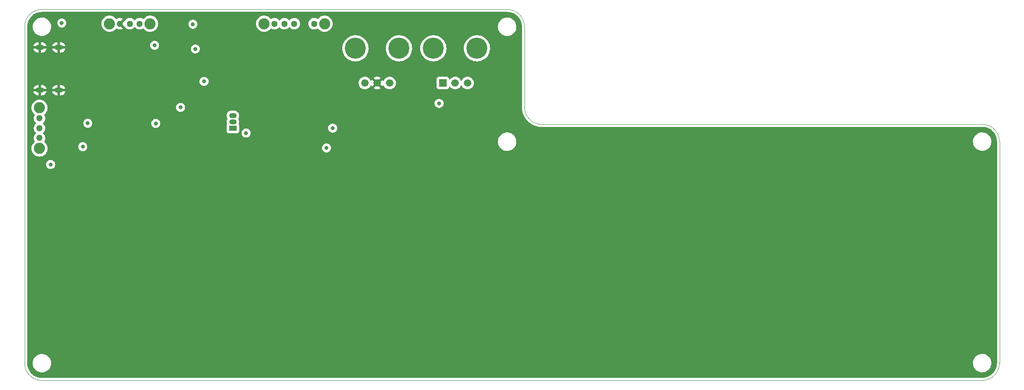
<source format=gbr>
%TF.GenerationSoftware,KiCad,Pcbnew,(6.0.7)*%
%TF.CreationDate,2023-07-12T13:06:09-04:00*%
%TF.ProjectId,Stylophone,5374796c-6f70-4686-9f6e-652e6b696361,rev?*%
%TF.SameCoordinates,Original*%
%TF.FileFunction,Copper,L2,Inr*%
%TF.FilePolarity,Positive*%
%FSLAX46Y46*%
G04 Gerber Fmt 4.6, Leading zero omitted, Abs format (unit mm)*
G04 Created by KiCad (PCBNEW (6.0.7)) date 2023-07-12 13:06:09*
%MOMM*%
%LPD*%
G01*
G04 APERTURE LIST*
%TA.AperFunction,Profile*%
%ADD10C,0.100000*%
%TD*%
%TA.AperFunction,ComponentPad*%
%ADD11C,1.300000*%
%TD*%
%TA.AperFunction,ComponentPad*%
%ADD12C,2.250000*%
%TD*%
%TA.AperFunction,ComponentPad*%
%ADD13C,1.500000*%
%TD*%
%TA.AperFunction,ComponentPad*%
%ADD14C,4.260000*%
%TD*%
%TA.AperFunction,ComponentPad*%
%ADD15R,1.500000X1.500000*%
%TD*%
%TA.AperFunction,ComponentPad*%
%ADD16R,1.500000X1.050000*%
%TD*%
%TA.AperFunction,ComponentPad*%
%ADD17O,1.500000X1.050000*%
%TD*%
%TA.AperFunction,ComponentPad*%
%ADD18O,1.700000X1.100000*%
%TD*%
%TA.AperFunction,ViaPad*%
%ADD19C,0.800000*%
%TD*%
G04 APERTURE END LIST*
D10*
X26000000Y-85500000D02*
X120000000Y-85500000D01*
X26000000Y-85500000D02*
G75*
G03*
X22500000Y-89000000I0J-3500000D01*
G01*
X216000000Y-160480000D02*
X26000000Y-160500000D01*
X216000000Y-108720000D02*
X127000000Y-108740000D01*
X216000000Y-160480000D02*
G75*
G03*
X219500000Y-156980000I0J3500000D01*
G01*
X123500000Y-105240000D02*
G75*
G03*
X127000000Y-108740000I3500000J0D01*
G01*
X22500000Y-157000000D02*
G75*
G03*
X26000000Y-160500000I3500000J0D01*
G01*
X123500000Y-89000000D02*
X123500000Y-105240000D01*
X219500000Y-112220000D02*
G75*
G03*
X216000000Y-108720000I-3500000J0D01*
G01*
X22500000Y-89000000D02*
X22500000Y-157000000D01*
X123500000Y-89000000D02*
G75*
G03*
X120000000Y-85500000I-3500000J0D01*
G01*
X219500000Y-156980000D02*
X219500000Y-112220000D01*
D11*
%TO.N,unconnected-(SW2-Pad1)*%
%TO.C,SW2*%
X45750000Y-88396360D03*
%TO.N,Net-(COS3-Pad2)*%
X43750000Y-88396360D03*
%TO.N,GND*%
X41750000Y-88396360D03*
D12*
%TO.N,N/C*%
X47850000Y-88396360D03*
X39650000Y-88396360D03*
%TD*%
D13*
%TO.N,Net-(RP2-Pad2)*%
%TO.C,VR1*%
X91250000Y-100375000D03*
%TO.N,GND*%
X93750000Y-100375000D03*
%TO.N,unconnected-(VR1-Pad3)*%
X96250000Y-100375000D03*
D14*
%TO.N,unconnected-(VR1-PadMH1)*%
X89350000Y-93375000D03*
%TO.N,unconnected-(VR1-PadMH2)*%
X98150000Y-93375000D03*
%TD*%
D11*
%TO.N,Net-(D1-Pad1)*%
%TO.C,SW1*%
X25500000Y-107500000D03*
%TO.N,+5V*%
X25500000Y-109500000D03*
%TO.N,unconnected-(SW1-Pad3)*%
X25500000Y-111500000D03*
D12*
%TO.N,N/C*%
X25500000Y-105400000D03*
X25500000Y-113600000D03*
%TD*%
D15*
%TO.N,Net-(RFD1-Pad2)*%
%TO.C,VR2*%
X107000000Y-100375000D03*
D13*
%TO.N,Net-(Q3-Pad1)*%
X109500000Y-100375000D03*
%TO.N,Net-(Q2-Pad3)*%
X112000000Y-100375000D03*
D14*
%TO.N,unconnected-(VR2-PadMH1)*%
X105100000Y-93375000D03*
%TO.N,unconnected-(VR2-PadMH2)*%
X113900000Y-93375000D03*
%TD*%
D16*
%TO.N,RESISTOR_MODULE*%
%TO.C,Q1*%
X64570000Y-109520000D03*
D17*
%TO.N,VIB_SIG*%
X64570000Y-108250000D03*
%TO.N,Net-(Q1-Pad3)*%
X64570000Y-106980000D03*
%TD*%
D11*
%TO.N,Net-(CHB1-Pad1)*%
%TO.C,SW3*%
X81000000Y-88396360D03*
%TO.N,RESISTOR_MODULE*%
X77000000Y-88396360D03*
%TO.N,Net-(CMB1-Pad1)*%
X75000000Y-88396360D03*
%TO.N,Net-(CLB1-Pad2)*%
X73000000Y-88396360D03*
D12*
%TO.N,N/C*%
X83100000Y-88396360D03*
X70900000Y-88396360D03*
%TD*%
D18*
%TO.N,GND*%
%TO.C,J1*%
X25600000Y-93180000D03*
X29400000Y-101820000D03*
X25600000Y-101820000D03*
X29400000Y-93180000D03*
%TD*%
D19*
%TO.N,GND*%
X38750000Y-108550000D03*
X75500000Y-96250000D03*
X70937500Y-106500000D03*
X70500000Y-96250000D03*
X85750000Y-96250000D03*
X35250000Y-88250000D03*
X73250000Y-117000000D03*
X54250000Y-108550000D03*
X44150000Y-100070000D03*
X114250000Y-105750000D03*
X29250000Y-113250000D03*
X33850000Y-103075000D03*
X77750000Y-96250000D03*
X49400000Y-100070000D03*
X38900000Y-100050000D03*
X65500000Y-100050000D03*
X78500000Y-112750000D03*
%TO.N,+5V*%
X48750000Y-92750000D03*
X106250000Y-104500000D03*
X83500000Y-113500000D03*
X58750000Y-100050000D03*
X67250000Y-110500000D03*
X35250000Y-108500000D03*
X84750000Y-109500000D03*
X54000000Y-105300000D03*
X30000000Y-88250000D03*
X49000000Y-108550000D03*
X27750000Y-116850000D03*
X34250000Y-113250000D03*
%TO.N,Net-(COS4-Pad1)*%
X56500000Y-88500000D03*
%TO.N,Net-(Q4-Pad2)*%
X57000000Y-93500000D03*
%TD*%
%TA.AperFunction,Conductor*%
%TO.N,GND*%
G36*
X119970018Y-86010000D02*
G01*
X119984851Y-86012310D01*
X119984855Y-86012310D01*
X119993724Y-86013691D01*
X120012436Y-86011244D01*
X120035366Y-86010353D01*
X120306103Y-86024542D01*
X120319209Y-86025919D01*
X120534134Y-86059960D01*
X120615445Y-86072838D01*
X120628345Y-86075580D01*
X120773196Y-86114392D01*
X120918052Y-86153207D01*
X120930586Y-86157279D01*
X121210587Y-86264762D01*
X121222635Y-86270126D01*
X121489870Y-86406289D01*
X121501286Y-86412880D01*
X121752832Y-86576236D01*
X121763495Y-86583984D01*
X121996573Y-86772727D01*
X122006374Y-86781552D01*
X122218448Y-86993626D01*
X122227273Y-87003427D01*
X122343050Y-87146399D01*
X122416016Y-87236505D01*
X122423764Y-87247168D01*
X122587117Y-87498709D01*
X122593711Y-87510130D01*
X122729874Y-87777365D01*
X122735237Y-87789412D01*
X122820523Y-88011586D01*
X122842719Y-88069409D01*
X122846793Y-88081948D01*
X122873468Y-88181497D01*
X122924420Y-88371655D01*
X122927162Y-88384555D01*
X122929032Y-88396360D01*
X122972050Y-88667965D01*
X122974080Y-88680785D01*
X122975458Y-88693902D01*
X122989262Y-88957299D01*
X122987935Y-88983276D01*
X122987691Y-88984846D01*
X122987691Y-88984850D01*
X122986309Y-88993724D01*
X122987473Y-89002626D01*
X122987473Y-89002628D01*
X122990436Y-89025283D01*
X122991500Y-89041621D01*
X122991500Y-105190633D01*
X122990000Y-105210018D01*
X122986309Y-105233724D01*
X122987266Y-105241045D01*
X122987445Y-105244918D01*
X122987438Y-105245497D01*
X122987509Y-105246307D01*
X123004336Y-105610253D01*
X123004736Y-105613120D01*
X123053218Y-105960676D01*
X123055543Y-105977347D01*
X123066222Y-106022750D01*
X123119539Y-106249440D01*
X123140403Y-106338150D01*
X123258192Y-106689584D01*
X123407905Y-107028651D01*
X123409327Y-107031204D01*
X123409329Y-107031208D01*
X123532632Y-107252579D01*
X123588264Y-107352458D01*
X123797731Y-107658241D01*
X123799590Y-107660480D01*
X123799591Y-107660481D01*
X123816801Y-107681206D01*
X124034518Y-107943394D01*
X124296606Y-108205482D01*
X124581759Y-108442269D01*
X124887542Y-108651736D01*
X124890095Y-108653158D01*
X125184699Y-108817251D01*
X125211349Y-108832095D01*
X125550416Y-108981808D01*
X125901850Y-109099597D01*
X125904683Y-109100263D01*
X125904689Y-109100265D01*
X126000167Y-109122721D01*
X126262653Y-109184457D01*
X126265538Y-109184859D01*
X126265541Y-109184860D01*
X126504637Y-109218212D01*
X126629747Y-109235664D01*
X126632631Y-109235797D01*
X126632638Y-109235798D01*
X126851577Y-109245920D01*
X126968597Y-109251330D01*
X126978962Y-109252438D01*
X126982650Y-109252769D01*
X126987448Y-109253576D01*
X126993724Y-109253653D01*
X126995140Y-109253670D01*
X126995143Y-109253670D01*
X127000000Y-109253729D01*
X127027708Y-109249761D01*
X127045528Y-109248490D01*
X132714093Y-109247216D01*
X215950680Y-109228511D01*
X215970089Y-109230011D01*
X215972287Y-109230353D01*
X215984852Y-109232310D01*
X215984855Y-109232310D01*
X215993724Y-109233691D01*
X216012436Y-109231244D01*
X216035366Y-109230353D01*
X216306103Y-109244542D01*
X216319209Y-109245919D01*
X216534134Y-109279960D01*
X216615445Y-109292838D01*
X216628345Y-109295580D01*
X216706924Y-109316635D01*
X216918052Y-109373207D01*
X216930586Y-109377279D01*
X217156000Y-109463808D01*
X217210587Y-109484762D01*
X217222635Y-109490126D01*
X217489870Y-109626289D01*
X217501286Y-109632880D01*
X217752832Y-109796236D01*
X217763492Y-109803982D01*
X217972488Y-109973223D01*
X217996573Y-109992727D01*
X218006374Y-110001552D01*
X218218448Y-110213626D01*
X218227273Y-110223427D01*
X218414145Y-110454194D01*
X218416016Y-110456505D01*
X218423764Y-110467168D01*
X218586379Y-110717573D01*
X218587117Y-110718709D01*
X218593711Y-110730130D01*
X218729874Y-110997365D01*
X218735237Y-111009412D01*
X218840035Y-111282416D01*
X218842719Y-111289409D01*
X218846793Y-111301948D01*
X218885608Y-111446804D01*
X218924420Y-111591655D01*
X218927162Y-111604555D01*
X218950636Y-111752762D01*
X218974080Y-111900785D01*
X218975458Y-111913902D01*
X218989262Y-112177299D01*
X218987935Y-112203276D01*
X218987691Y-112204846D01*
X218987691Y-112204850D01*
X218986309Y-112213724D01*
X218987473Y-112222626D01*
X218987473Y-112222628D01*
X218990436Y-112245283D01*
X218991500Y-112261621D01*
X218991500Y-156930633D01*
X218990000Y-156950018D01*
X218987690Y-156964851D01*
X218987690Y-156964855D01*
X218986309Y-156973724D01*
X218988756Y-156992433D01*
X218989647Y-157015366D01*
X218989462Y-157018905D01*
X218975458Y-157286099D01*
X218974081Y-157299209D01*
X218971547Y-157315209D01*
X218927162Y-157595445D01*
X218924420Y-157608345D01*
X218846795Y-157898047D01*
X218842721Y-157910586D01*
X218787100Y-158055482D01*
X218735238Y-158190587D01*
X218729874Y-158202635D01*
X218719683Y-158222635D01*
X218593711Y-158469870D01*
X218587120Y-158481286D01*
X218423764Y-158732832D01*
X218416018Y-158743492D01*
X218339082Y-158838500D01*
X218227273Y-158976573D01*
X218218448Y-158986374D01*
X218006374Y-159198448D01*
X217996573Y-159207273D01*
X217763495Y-159396016D01*
X217752832Y-159403764D01*
X217501286Y-159567120D01*
X217489870Y-159573711D01*
X217222635Y-159709874D01*
X217210588Y-159715237D01*
X216930586Y-159822721D01*
X216918052Y-159826793D01*
X216773196Y-159865608D01*
X216628345Y-159904420D01*
X216615445Y-159907162D01*
X216534134Y-159920040D01*
X216319209Y-159954081D01*
X216306101Y-159955458D01*
X216230937Y-159959397D01*
X216042701Y-159969262D01*
X216016724Y-159967935D01*
X216015154Y-159967691D01*
X216015150Y-159967691D01*
X216006276Y-159966309D01*
X215974676Y-159970441D01*
X215958357Y-159971505D01*
X26049347Y-159991495D01*
X26029948Y-159989995D01*
X26015148Y-159987690D01*
X26015145Y-159987690D01*
X26006276Y-159986309D01*
X25987564Y-159988756D01*
X25964634Y-159989647D01*
X25693897Y-159975458D01*
X25680791Y-159974081D01*
X25465866Y-159940040D01*
X25384555Y-159927162D01*
X25371655Y-159924420D01*
X25226804Y-159885607D01*
X25081948Y-159846793D01*
X25069414Y-159842721D01*
X24789412Y-159735237D01*
X24777365Y-159729874D01*
X24510130Y-159593711D01*
X24498714Y-159587120D01*
X24247168Y-159423764D01*
X24236505Y-159416016D01*
X24221382Y-159403769D01*
X24003427Y-159227273D01*
X23993626Y-159218448D01*
X23781552Y-159006374D01*
X23772727Y-158996573D01*
X23660918Y-158858500D01*
X23583982Y-158763492D01*
X23576236Y-158752832D01*
X23412880Y-158501286D01*
X23406289Y-158489870D01*
X23270126Y-158222635D01*
X23264762Y-158210587D01*
X23261770Y-158202792D01*
X23157279Y-157930586D01*
X23153205Y-157918047D01*
X23121174Y-157798503D01*
X23075580Y-157628345D01*
X23072838Y-157615445D01*
X23052532Y-157487238D01*
X23025919Y-157319209D01*
X23024542Y-157306098D01*
X23010932Y-157046410D01*
X23011168Y-157042277D01*
X24137009Y-157042277D01*
X24162625Y-157310769D01*
X24163710Y-157315203D01*
X24163711Y-157315209D01*
X24220751Y-157548312D01*
X24226731Y-157572750D01*
X24327985Y-157822733D01*
X24391138Y-157930591D01*
X24452555Y-158035482D01*
X24464265Y-158055482D01*
X24467118Y-158059049D01*
X24616722Y-158246119D01*
X24632716Y-158266119D01*
X24829809Y-158450234D01*
X25051416Y-158603968D01*
X25055499Y-158605999D01*
X25055502Y-158606001D01*
X25171013Y-158663466D01*
X25292894Y-158724101D01*
X25297228Y-158725522D01*
X25297231Y-158725523D01*
X25544853Y-158806698D01*
X25544859Y-158806699D01*
X25549186Y-158808118D01*
X25553677Y-158808898D01*
X25553678Y-158808898D01*
X25811140Y-158853601D01*
X25811148Y-158853602D01*
X25814921Y-158854257D01*
X25818758Y-158854448D01*
X25898578Y-158858422D01*
X25898586Y-158858422D01*
X25900149Y-158858500D01*
X26068512Y-158858500D01*
X26070780Y-158858335D01*
X26070792Y-158858335D01*
X26201884Y-158848823D01*
X26269004Y-158843953D01*
X26273459Y-158842969D01*
X26273462Y-158842969D01*
X26527912Y-158786791D01*
X26527916Y-158786790D01*
X26532372Y-158785806D01*
X26672213Y-158732825D01*
X26780318Y-158691868D01*
X26780321Y-158691867D01*
X26784588Y-158690250D01*
X27020368Y-158559286D01*
X27234773Y-158395657D01*
X27254325Y-158375657D01*
X27420117Y-158206060D01*
X27423312Y-158202792D01*
X27582034Y-157984730D01*
X27665190Y-157826676D01*
X27705490Y-157750079D01*
X27705493Y-157750073D01*
X27707615Y-157746039D01*
X27710685Y-157737347D01*
X27795902Y-157496033D01*
X27795902Y-157496032D01*
X27797425Y-157491720D01*
X27834011Y-157306098D01*
X27848700Y-157231572D01*
X27848701Y-157231566D01*
X27849581Y-157227100D01*
X27850577Y-157207100D01*
X27859778Y-157022277D01*
X214137009Y-157022277D01*
X214162625Y-157290769D01*
X214163710Y-157295203D01*
X214163711Y-157295209D01*
X214225645Y-157548312D01*
X214226731Y-157552750D01*
X214327985Y-157802733D01*
X214391138Y-157910591D01*
X214434549Y-157984730D01*
X214464265Y-158035482D01*
X214483112Y-158059049D01*
X214584686Y-158186060D01*
X214632716Y-158246119D01*
X214829809Y-158430234D01*
X215051416Y-158583968D01*
X215055499Y-158585999D01*
X215055502Y-158586001D01*
X215095704Y-158606001D01*
X215292894Y-158704101D01*
X215297228Y-158705522D01*
X215297231Y-158705523D01*
X215544853Y-158786698D01*
X215544859Y-158786699D01*
X215549186Y-158788118D01*
X215553677Y-158788898D01*
X215553678Y-158788898D01*
X215811140Y-158833601D01*
X215811148Y-158833602D01*
X215814921Y-158834257D01*
X215818758Y-158834448D01*
X215898578Y-158838422D01*
X215898586Y-158838422D01*
X215900149Y-158838500D01*
X216068512Y-158838500D01*
X216070780Y-158838335D01*
X216070792Y-158838335D01*
X216201884Y-158828823D01*
X216269004Y-158823953D01*
X216273459Y-158822969D01*
X216273462Y-158822969D01*
X216527912Y-158766791D01*
X216527916Y-158766790D01*
X216532372Y-158765806D01*
X216658480Y-158718028D01*
X216780318Y-158671868D01*
X216780321Y-158671867D01*
X216784588Y-158670250D01*
X217020368Y-158539286D01*
X217234773Y-158375657D01*
X217423312Y-158182792D01*
X217582034Y-157964730D01*
X217634521Y-157864969D01*
X217705490Y-157730079D01*
X217705493Y-157730073D01*
X217707615Y-157726039D01*
X217710685Y-157717347D01*
X217795902Y-157476033D01*
X217795902Y-157476032D01*
X217797425Y-157471720D01*
X217833987Y-157286217D01*
X217848700Y-157211572D01*
X217848701Y-157211566D01*
X217849581Y-157207100D01*
X217849808Y-157202544D01*
X217862764Y-156942292D01*
X217862764Y-156942286D01*
X217862991Y-156937723D01*
X217837375Y-156669231D01*
X217799088Y-156512762D01*
X217774355Y-156411688D01*
X217773269Y-156407250D01*
X217672015Y-156157267D01*
X217549755Y-155948463D01*
X217538045Y-155928463D01*
X217538044Y-155928462D01*
X217535735Y-155924518D01*
X217417928Y-155777208D01*
X217370136Y-155717447D01*
X217370135Y-155717445D01*
X217367284Y-155713881D01*
X217170191Y-155529766D01*
X216948584Y-155376032D01*
X216944501Y-155374001D01*
X216944498Y-155373999D01*
X216779606Y-155291967D01*
X216707106Y-155255899D01*
X216702772Y-155254478D01*
X216702769Y-155254477D01*
X216455147Y-155173302D01*
X216455141Y-155173301D01*
X216450814Y-155171882D01*
X216446322Y-155171102D01*
X216188860Y-155126399D01*
X216188852Y-155126398D01*
X216185079Y-155125743D01*
X216173817Y-155125182D01*
X216101422Y-155121578D01*
X216101414Y-155121578D01*
X216099851Y-155121500D01*
X215931488Y-155121500D01*
X215929220Y-155121665D01*
X215929208Y-155121665D01*
X215798116Y-155131177D01*
X215730996Y-155136047D01*
X215726541Y-155137031D01*
X215726538Y-155137031D01*
X215472088Y-155193209D01*
X215472084Y-155193210D01*
X215467628Y-155194194D01*
X215341520Y-155241972D01*
X215219682Y-155288132D01*
X215219679Y-155288133D01*
X215215412Y-155289750D01*
X214979632Y-155420714D01*
X214765227Y-155584343D01*
X214762034Y-155587609D01*
X214762032Y-155587611D01*
X214742481Y-155607611D01*
X214576688Y-155777208D01*
X214417966Y-155995270D01*
X214415844Y-155999304D01*
X214294510Y-156229921D01*
X214294507Y-156229927D01*
X214292385Y-156233961D01*
X214290865Y-156238266D01*
X214290863Y-156238270D01*
X214225621Y-156423019D01*
X214202575Y-156488280D01*
X214150419Y-156752900D01*
X214150192Y-156757453D01*
X214150192Y-156757456D01*
X214137353Y-157015368D01*
X214137009Y-157022277D01*
X27859778Y-157022277D01*
X27862764Y-156962292D01*
X27862764Y-156962286D01*
X27862991Y-156957723D01*
X27837375Y-156689231D01*
X27792042Y-156503967D01*
X27774355Y-156431688D01*
X27773269Y-156427250D01*
X27672015Y-156177267D01*
X27575005Y-156011586D01*
X27538045Y-155948463D01*
X27538044Y-155948462D01*
X27535735Y-155944518D01*
X27417928Y-155797208D01*
X27370136Y-155737447D01*
X27370135Y-155737445D01*
X27367284Y-155733881D01*
X27170191Y-155549766D01*
X26948584Y-155396032D01*
X26944501Y-155394001D01*
X26944498Y-155393999D01*
X26779606Y-155311967D01*
X26707106Y-155275899D01*
X26702772Y-155274478D01*
X26702769Y-155274477D01*
X26455147Y-155193302D01*
X26455141Y-155193301D01*
X26450814Y-155191882D01*
X26446322Y-155191102D01*
X26188860Y-155146399D01*
X26188852Y-155146398D01*
X26185079Y-155145743D01*
X26173817Y-155145182D01*
X26101422Y-155141578D01*
X26101414Y-155141578D01*
X26099851Y-155141500D01*
X25931488Y-155141500D01*
X25929220Y-155141665D01*
X25929208Y-155141665D01*
X25798116Y-155151177D01*
X25730996Y-155156047D01*
X25726541Y-155157031D01*
X25726538Y-155157031D01*
X25472088Y-155213209D01*
X25472084Y-155213210D01*
X25467628Y-155214194D01*
X25352181Y-155257933D01*
X25219682Y-155308132D01*
X25219679Y-155308133D01*
X25215412Y-155309750D01*
X24979632Y-155440714D01*
X24765227Y-155604343D01*
X24576688Y-155797208D01*
X24417966Y-156015270D01*
X24415844Y-156019304D01*
X24294510Y-156249921D01*
X24294507Y-156249927D01*
X24292385Y-156253961D01*
X24290865Y-156258266D01*
X24290863Y-156258270D01*
X24211161Y-156483967D01*
X24202575Y-156508280D01*
X24150419Y-156772900D01*
X24150192Y-156777453D01*
X24150192Y-156777456D01*
X24137778Y-157026833D01*
X24137009Y-157042277D01*
X23011168Y-157042277D01*
X23012505Y-157018915D01*
X23013576Y-157012552D01*
X23013729Y-157000000D01*
X23009773Y-156972376D01*
X23008500Y-156954514D01*
X23008500Y-116850000D01*
X26836496Y-116850000D01*
X26856458Y-117039928D01*
X26915473Y-117221556D01*
X27010960Y-117386944D01*
X27138747Y-117528866D01*
X27293248Y-117641118D01*
X27299276Y-117643802D01*
X27299278Y-117643803D01*
X27461681Y-117716109D01*
X27467712Y-117718794D01*
X27561113Y-117738647D01*
X27648056Y-117757128D01*
X27648061Y-117757128D01*
X27654513Y-117758500D01*
X27845487Y-117758500D01*
X27851939Y-117757128D01*
X27851944Y-117757128D01*
X27938887Y-117738647D01*
X28032288Y-117718794D01*
X28038319Y-117716109D01*
X28200722Y-117643803D01*
X28200724Y-117643802D01*
X28206752Y-117641118D01*
X28361253Y-117528866D01*
X28489040Y-117386944D01*
X28584527Y-117221556D01*
X28643542Y-117039928D01*
X28663504Y-116850000D01*
X28643542Y-116660072D01*
X28584527Y-116478444D01*
X28489040Y-116313056D01*
X28361253Y-116171134D01*
X28206752Y-116058882D01*
X28200724Y-116056198D01*
X28200722Y-116056197D01*
X28038319Y-115983891D01*
X28038318Y-115983891D01*
X28032288Y-115981206D01*
X27938887Y-115961353D01*
X27851944Y-115942872D01*
X27851939Y-115942872D01*
X27845487Y-115941500D01*
X27654513Y-115941500D01*
X27648061Y-115942872D01*
X27648056Y-115942872D01*
X27561113Y-115961353D01*
X27467712Y-115981206D01*
X27461682Y-115983891D01*
X27461681Y-115983891D01*
X27299278Y-116056197D01*
X27299276Y-116056198D01*
X27293248Y-116058882D01*
X27138747Y-116171134D01*
X27010960Y-116313056D01*
X26915473Y-116478444D01*
X26856458Y-116660072D01*
X26836496Y-116850000D01*
X23008500Y-116850000D01*
X23008500Y-113600000D01*
X23861449Y-113600000D01*
X23881622Y-113856326D01*
X23882776Y-113861133D01*
X23882777Y-113861139D01*
X23902695Y-113944101D01*
X23941645Y-114106340D01*
X23943538Y-114110911D01*
X23943539Y-114110913D01*
X24019295Y-114293803D01*
X24040040Y-114343887D01*
X24174384Y-114563116D01*
X24341369Y-114758631D01*
X24536884Y-114925616D01*
X24756113Y-115059960D01*
X24760683Y-115061853D01*
X24760687Y-115061855D01*
X24989087Y-115156461D01*
X24993660Y-115158355D01*
X25080502Y-115179204D01*
X25238861Y-115217223D01*
X25238867Y-115217224D01*
X25243674Y-115218378D01*
X25500000Y-115238551D01*
X25756326Y-115218378D01*
X25761133Y-115217224D01*
X25761139Y-115217223D01*
X25919498Y-115179204D01*
X26006340Y-115158355D01*
X26010913Y-115156461D01*
X26239313Y-115061855D01*
X26239317Y-115061853D01*
X26243887Y-115059960D01*
X26463116Y-114925616D01*
X26658631Y-114758631D01*
X26825616Y-114563116D01*
X26959960Y-114343887D01*
X26980706Y-114293803D01*
X27056461Y-114110913D01*
X27056462Y-114110911D01*
X27058355Y-114106340D01*
X27097305Y-113944101D01*
X27117223Y-113861139D01*
X27117224Y-113861133D01*
X27118378Y-113856326D01*
X27138551Y-113600000D01*
X27118378Y-113343674D01*
X27107665Y-113299049D01*
X27095889Y-113250000D01*
X33336496Y-113250000D01*
X33337186Y-113256565D01*
X33345836Y-113338861D01*
X33356458Y-113439928D01*
X33415473Y-113621556D01*
X33510960Y-113786944D01*
X33515378Y-113791851D01*
X33515379Y-113791852D01*
X33564135Y-113846001D01*
X33638747Y-113928866D01*
X33684444Y-113962067D01*
X33776429Y-114028898D01*
X33793248Y-114041118D01*
X33799276Y-114043802D01*
X33799278Y-114043803D01*
X33950011Y-114110913D01*
X33967712Y-114118794D01*
X34061112Y-114138647D01*
X34148056Y-114157128D01*
X34148061Y-114157128D01*
X34154513Y-114158500D01*
X34345487Y-114158500D01*
X34351939Y-114157128D01*
X34351944Y-114157128D01*
X34438888Y-114138647D01*
X34532288Y-114118794D01*
X34549989Y-114110913D01*
X34700722Y-114043803D01*
X34700724Y-114043802D01*
X34706752Y-114041118D01*
X34723572Y-114028898D01*
X34815556Y-113962067D01*
X34861253Y-113928866D01*
X34935865Y-113846001D01*
X34984621Y-113791852D01*
X34984622Y-113791851D01*
X34989040Y-113786944D01*
X35084527Y-113621556D01*
X35124023Y-113500000D01*
X82586496Y-113500000D01*
X82606458Y-113689928D01*
X82665473Y-113871556D01*
X82760960Y-114036944D01*
X82765378Y-114041851D01*
X82765379Y-114041852D01*
X82823444Y-114106340D01*
X82888747Y-114178866D01*
X83043248Y-114291118D01*
X83049276Y-114293802D01*
X83049278Y-114293803D01*
X83171248Y-114348107D01*
X83217712Y-114368794D01*
X83311113Y-114388647D01*
X83398056Y-114407128D01*
X83398061Y-114407128D01*
X83404513Y-114408500D01*
X83595487Y-114408500D01*
X83601939Y-114407128D01*
X83601944Y-114407128D01*
X83688887Y-114388647D01*
X83782288Y-114368794D01*
X83828752Y-114348107D01*
X83950722Y-114293803D01*
X83950724Y-114293802D01*
X83956752Y-114291118D01*
X84111253Y-114178866D01*
X84176556Y-114106340D01*
X84234621Y-114041852D01*
X84234622Y-114041851D01*
X84239040Y-114036944D01*
X84334527Y-113871556D01*
X84393542Y-113689928D01*
X84413504Y-113500000D01*
X84407103Y-113439101D01*
X84394232Y-113316635D01*
X84394232Y-113316633D01*
X84393542Y-113310072D01*
X84334527Y-113128444D01*
X84239040Y-112963056D01*
X84138949Y-112851893D01*
X84115675Y-112826045D01*
X84115674Y-112826044D01*
X84111253Y-112821134D01*
X83970367Y-112718774D01*
X83962094Y-112712763D01*
X83962093Y-112712762D01*
X83956752Y-112708882D01*
X83950724Y-112706198D01*
X83950722Y-112706197D01*
X83788319Y-112633891D01*
X83788318Y-112633891D01*
X83782288Y-112631206D01*
X83688887Y-112611353D01*
X83601944Y-112592872D01*
X83601939Y-112592872D01*
X83595487Y-112591500D01*
X83404513Y-112591500D01*
X83398061Y-112592872D01*
X83398056Y-112592872D01*
X83311113Y-112611353D01*
X83217712Y-112631206D01*
X83211682Y-112633891D01*
X83211681Y-112633891D01*
X83049278Y-112706197D01*
X83049276Y-112706198D01*
X83043248Y-112708882D01*
X83037907Y-112712762D01*
X83037906Y-112712763D01*
X83029633Y-112718774D01*
X82888747Y-112821134D01*
X82884326Y-112826044D01*
X82884325Y-112826045D01*
X82861052Y-112851893D01*
X82760960Y-112963056D01*
X82665473Y-113128444D01*
X82606458Y-113310072D01*
X82605768Y-113316633D01*
X82605768Y-113316635D01*
X82592897Y-113439101D01*
X82586496Y-113500000D01*
X35124023Y-113500000D01*
X35143542Y-113439928D01*
X35154165Y-113338861D01*
X35162814Y-113256565D01*
X35163504Y-113250000D01*
X35143542Y-113060072D01*
X35084527Y-112878444D01*
X34989040Y-112713056D01*
X34983802Y-112707238D01*
X34865675Y-112576045D01*
X34865674Y-112576044D01*
X34861253Y-112571134D01*
X34706752Y-112458882D01*
X34700724Y-112456198D01*
X34700722Y-112456197D01*
X34538319Y-112383891D01*
X34538318Y-112383891D01*
X34532288Y-112381206D01*
X34438887Y-112361353D01*
X34351944Y-112342872D01*
X34351939Y-112342872D01*
X34345487Y-112341500D01*
X34154513Y-112341500D01*
X34148061Y-112342872D01*
X34148056Y-112342872D01*
X34061113Y-112361353D01*
X33967712Y-112381206D01*
X33961682Y-112383891D01*
X33961681Y-112383891D01*
X33799278Y-112456197D01*
X33799276Y-112456198D01*
X33793248Y-112458882D01*
X33638747Y-112571134D01*
X33634326Y-112576044D01*
X33634325Y-112576045D01*
X33516199Y-112707238D01*
X33510960Y-112713056D01*
X33415473Y-112878444D01*
X33356458Y-113060072D01*
X33336496Y-113250000D01*
X27095889Y-113250000D01*
X27059510Y-113098472D01*
X27058355Y-113093660D01*
X27045545Y-113062733D01*
X26961855Y-112860687D01*
X26961853Y-112860683D01*
X26959960Y-112856113D01*
X26825616Y-112636884D01*
X26658631Y-112441369D01*
X26495141Y-112301736D01*
X26482438Y-112282277D01*
X118137009Y-112282277D01*
X118162625Y-112550769D01*
X118163710Y-112555203D01*
X118163711Y-112555209D01*
X118220751Y-112788312D01*
X118226731Y-112812750D01*
X118327985Y-113062733D01*
X118408766Y-113200696D01*
X118452555Y-113275482D01*
X118464265Y-113295482D01*
X118475933Y-113310072D01*
X118627823Y-113500000D01*
X118632716Y-113506119D01*
X118829809Y-113690234D01*
X119051416Y-113843968D01*
X119055499Y-113845999D01*
X119055502Y-113846001D01*
X119085931Y-113861139D01*
X119292894Y-113964101D01*
X119297228Y-113965522D01*
X119297231Y-113965523D01*
X119544853Y-114046698D01*
X119544859Y-114046699D01*
X119549186Y-114048118D01*
X119553677Y-114048898D01*
X119553678Y-114048898D01*
X119811140Y-114093601D01*
X119811148Y-114093602D01*
X119814921Y-114094257D01*
X119818758Y-114094448D01*
X119898578Y-114098422D01*
X119898586Y-114098422D01*
X119900149Y-114098500D01*
X120068512Y-114098500D01*
X120070780Y-114098335D01*
X120070792Y-114098335D01*
X120201884Y-114088823D01*
X120269004Y-114083953D01*
X120273459Y-114082969D01*
X120273462Y-114082969D01*
X120527912Y-114026791D01*
X120527916Y-114026790D01*
X120532372Y-114025806D01*
X120658480Y-113978028D01*
X120780318Y-113931868D01*
X120780321Y-113931867D01*
X120784588Y-113930250D01*
X121020368Y-113799286D01*
X121234773Y-113635657D01*
X121254325Y-113615657D01*
X121384443Y-113482553D01*
X121423312Y-113442792D01*
X121582034Y-113224730D01*
X121665212Y-113066635D01*
X121705490Y-112990079D01*
X121705493Y-112990073D01*
X121707615Y-112986039D01*
X121715732Y-112963056D01*
X121795902Y-112736033D01*
X121795902Y-112736032D01*
X121797425Y-112731720D01*
X121829076Y-112571134D01*
X121848700Y-112471572D01*
X121848701Y-112471566D01*
X121849581Y-112467100D01*
X121850675Y-112445131D01*
X121859778Y-112262277D01*
X214137009Y-112262277D01*
X214162625Y-112530769D01*
X214163710Y-112535203D01*
X214163711Y-112535209D01*
X214225645Y-112788312D01*
X214226731Y-112792750D01*
X214327985Y-113042733D01*
X214374820Y-113122721D01*
X214434549Y-113224730D01*
X214464265Y-113275482D01*
X214576377Y-113415671D01*
X214584686Y-113426060D01*
X214632716Y-113486119D01*
X214829809Y-113670234D01*
X215051416Y-113823968D01*
X215055499Y-113825999D01*
X215055502Y-113826001D01*
X215116458Y-113856326D01*
X215292894Y-113944101D01*
X215297228Y-113945522D01*
X215297231Y-113945523D01*
X215544853Y-114026698D01*
X215544859Y-114026699D01*
X215549186Y-114028118D01*
X215553677Y-114028898D01*
X215553678Y-114028898D01*
X215811140Y-114073601D01*
X215811148Y-114073602D01*
X215814921Y-114074257D01*
X215818758Y-114074448D01*
X215898578Y-114078422D01*
X215898586Y-114078422D01*
X215900149Y-114078500D01*
X216068512Y-114078500D01*
X216070780Y-114078335D01*
X216070792Y-114078335D01*
X216201884Y-114068823D01*
X216269004Y-114063953D01*
X216273459Y-114062969D01*
X216273462Y-114062969D01*
X216527912Y-114006791D01*
X216527916Y-114006790D01*
X216532372Y-114005806D01*
X216658480Y-113958028D01*
X216780318Y-113911868D01*
X216780321Y-113911867D01*
X216784588Y-113910250D01*
X217020368Y-113779286D01*
X217219545Y-113627279D01*
X217231141Y-113618429D01*
X217231142Y-113618428D01*
X217234773Y-113615657D01*
X217245260Y-113604930D01*
X217347836Y-113500000D01*
X217423312Y-113422792D01*
X217582034Y-113204730D01*
X217642877Y-113089087D01*
X217705490Y-112970079D01*
X217705493Y-112970073D01*
X217707615Y-112966039D01*
X217747925Y-112851893D01*
X217795902Y-112716033D01*
X217795902Y-112716032D01*
X217797425Y-112711720D01*
X217849581Y-112447100D01*
X217852728Y-112383891D01*
X217862764Y-112182292D01*
X217862764Y-112182286D01*
X217862991Y-112177723D01*
X217837375Y-111909231D01*
X217835309Y-111900785D01*
X217774355Y-111651688D01*
X217773269Y-111647250D01*
X217672015Y-111397267D01*
X217549755Y-111188463D01*
X217538045Y-111168463D01*
X217538044Y-111168462D01*
X217535735Y-111164518D01*
X217417928Y-111017208D01*
X217370136Y-110957447D01*
X217370135Y-110957445D01*
X217367284Y-110953881D01*
X217170191Y-110769766D01*
X216948584Y-110616032D01*
X216944501Y-110614001D01*
X216944498Y-110613999D01*
X216775270Y-110529810D01*
X216707106Y-110495899D01*
X216702772Y-110494478D01*
X216702769Y-110494477D01*
X216455147Y-110413302D01*
X216455141Y-110413301D01*
X216450814Y-110411882D01*
X216431336Y-110408500D01*
X216188860Y-110366399D01*
X216188852Y-110366398D01*
X216185079Y-110365743D01*
X216173817Y-110365182D01*
X216101422Y-110361578D01*
X216101414Y-110361578D01*
X216099851Y-110361500D01*
X215931488Y-110361500D01*
X215929220Y-110361665D01*
X215929208Y-110361665D01*
X215798116Y-110371177D01*
X215730996Y-110376047D01*
X215726541Y-110377031D01*
X215726538Y-110377031D01*
X215472088Y-110433209D01*
X215472084Y-110433210D01*
X215467628Y-110434194D01*
X215380576Y-110467175D01*
X215219682Y-110528132D01*
X215219679Y-110528133D01*
X215215412Y-110529750D01*
X214979632Y-110660714D01*
X214765227Y-110824343D01*
X214762034Y-110827609D01*
X214762032Y-110827611D01*
X214719073Y-110871556D01*
X214576688Y-111017208D01*
X214417966Y-111235270D01*
X214365479Y-111335031D01*
X214294510Y-111469921D01*
X214294507Y-111469927D01*
X214292385Y-111473961D01*
X214290865Y-111478266D01*
X214290863Y-111478270D01*
X214225621Y-111663019D01*
X214202575Y-111728280D01*
X214150419Y-111992900D01*
X214150192Y-111997453D01*
X214150192Y-111997456D01*
X214137450Y-112253421D01*
X214137009Y-112262277D01*
X121859778Y-112262277D01*
X121862764Y-112202292D01*
X121862764Y-112202286D01*
X121862991Y-112197723D01*
X121837375Y-111929231D01*
X121832010Y-111907303D01*
X121774355Y-111671688D01*
X121773269Y-111667250D01*
X121672015Y-111417267D01*
X121575005Y-111251586D01*
X121538045Y-111188463D01*
X121538044Y-111188462D01*
X121535735Y-111184518D01*
X121417717Y-111036944D01*
X121370136Y-110977447D01*
X121370135Y-110977445D01*
X121367284Y-110973881D01*
X121170191Y-110789766D01*
X120948584Y-110636032D01*
X120944501Y-110634001D01*
X120944498Y-110633999D01*
X120782687Y-110553500D01*
X120707106Y-110515899D01*
X120702772Y-110514478D01*
X120702769Y-110514477D01*
X120455147Y-110433302D01*
X120455141Y-110433301D01*
X120450814Y-110431882D01*
X120446322Y-110431102D01*
X120188860Y-110386399D01*
X120188852Y-110386398D01*
X120185079Y-110385743D01*
X120173817Y-110385182D01*
X120101422Y-110381578D01*
X120101414Y-110381578D01*
X120099851Y-110381500D01*
X119931488Y-110381500D01*
X119929220Y-110381665D01*
X119929208Y-110381665D01*
X119798116Y-110391177D01*
X119730996Y-110396047D01*
X119726541Y-110397031D01*
X119726538Y-110397031D01*
X119472088Y-110453209D01*
X119472084Y-110453210D01*
X119467628Y-110454194D01*
X119347348Y-110499764D01*
X119219682Y-110548132D01*
X119219679Y-110548133D01*
X119215412Y-110549750D01*
X118979632Y-110680714D01*
X118765227Y-110844343D01*
X118576688Y-111037208D01*
X118417966Y-111255270D01*
X118397693Y-111293803D01*
X118294510Y-111489921D01*
X118294507Y-111489927D01*
X118292385Y-111493961D01*
X118290865Y-111498266D01*
X118290863Y-111498270D01*
X118228015Y-111676239D01*
X118202575Y-111748280D01*
X118150419Y-112012900D01*
X118150192Y-112017453D01*
X118150192Y-112017456D01*
X118137402Y-112274384D01*
X118137009Y-112282277D01*
X26482438Y-112282277D01*
X26456332Y-112242286D01*
X26455824Y-112171291D01*
X26467036Y-112144359D01*
X26560056Y-111978258D01*
X26562876Y-111973223D01*
X26631316Y-111771605D01*
X26634049Y-111752762D01*
X26661337Y-111564561D01*
X26661337Y-111564559D01*
X26661869Y-111560891D01*
X26663463Y-111500000D01*
X26651160Y-111366109D01*
X26644510Y-111293730D01*
X26644509Y-111293727D01*
X26643981Y-111287976D01*
X26613209Y-111178866D01*
X26587754Y-111088611D01*
X26587753Y-111088609D01*
X26586186Y-111083052D01*
X26565869Y-111041852D01*
X26494570Y-110897273D01*
X26492015Y-110892092D01*
X26364622Y-110721491D01*
X26223171Y-110590736D01*
X26186726Y-110529810D01*
X26189006Y-110458850D01*
X26228131Y-110401339D01*
X26318255Y-110326384D01*
X26322693Y-110322693D01*
X26409519Y-110218296D01*
X26455149Y-110163431D01*
X26458840Y-110158993D01*
X26562876Y-109973223D01*
X26631316Y-109771605D01*
X26643496Y-109687607D01*
X26661337Y-109564561D01*
X26661337Y-109564559D01*
X26661869Y-109560891D01*
X26663463Y-109500000D01*
X26648864Y-109341118D01*
X26644510Y-109293730D01*
X26644509Y-109293727D01*
X26643981Y-109287976D01*
X26633646Y-109251330D01*
X26587754Y-109088611D01*
X26587753Y-109088609D01*
X26586186Y-109083052D01*
X26565869Y-109041852D01*
X26494570Y-108897273D01*
X26492015Y-108892092D01*
X26439029Y-108821134D01*
X26368074Y-108726114D01*
X26364622Y-108721491D01*
X26223171Y-108590736D01*
X26186726Y-108529810D01*
X26187684Y-108500000D01*
X34336496Y-108500000D01*
X34356458Y-108689928D01*
X34415473Y-108871556D01*
X34418776Y-108877278D01*
X34418777Y-108877279D01*
X34423052Y-108884684D01*
X34510960Y-109036944D01*
X34515378Y-109041851D01*
X34515379Y-109041852D01*
X34552476Y-109083052D01*
X34638747Y-109178866D01*
X34717107Y-109235798D01*
X34755705Y-109263841D01*
X34793248Y-109291118D01*
X34799276Y-109293802D01*
X34799278Y-109293803D01*
X34850560Y-109316635D01*
X34967712Y-109368794D01*
X35061113Y-109388647D01*
X35148056Y-109407128D01*
X35148061Y-109407128D01*
X35154513Y-109408500D01*
X35345487Y-109408500D01*
X35351939Y-109407128D01*
X35351944Y-109407128D01*
X35438888Y-109388647D01*
X35532288Y-109368794D01*
X35649440Y-109316635D01*
X35700722Y-109293803D01*
X35700724Y-109293802D01*
X35706752Y-109291118D01*
X35744296Y-109263841D01*
X35782893Y-109235798D01*
X35861253Y-109178866D01*
X35947524Y-109083052D01*
X35984621Y-109041852D01*
X35984622Y-109041851D01*
X35989040Y-109036944D01*
X36076948Y-108884684D01*
X36081223Y-108877279D01*
X36081224Y-108877278D01*
X36084527Y-108871556D01*
X36143542Y-108689928D01*
X36158249Y-108550000D01*
X48086496Y-108550000D01*
X48087186Y-108556565D01*
X48102646Y-108703655D01*
X48106458Y-108739928D01*
X48165473Y-108921556D01*
X48168776Y-108927278D01*
X48168777Y-108927279D01*
X48186599Y-108958148D01*
X48260960Y-109086944D01*
X48265378Y-109091851D01*
X48265379Y-109091852D01*
X48348761Y-109184457D01*
X48388747Y-109228866D01*
X48543248Y-109341118D01*
X48549276Y-109343802D01*
X48549278Y-109343803D01*
X48694591Y-109408500D01*
X48717712Y-109418794D01*
X48811113Y-109438647D01*
X48898056Y-109457128D01*
X48898061Y-109457128D01*
X48904513Y-109458500D01*
X49095487Y-109458500D01*
X49101939Y-109457128D01*
X49101944Y-109457128D01*
X49188888Y-109438647D01*
X49282288Y-109418794D01*
X49305409Y-109408500D01*
X49450722Y-109343803D01*
X49450724Y-109343802D01*
X49456752Y-109341118D01*
X49611253Y-109228866D01*
X49651239Y-109184457D01*
X49734621Y-109091852D01*
X49734622Y-109091851D01*
X49739040Y-109086944D01*
X49813401Y-108958148D01*
X49831223Y-108927279D01*
X49831224Y-108927278D01*
X49834527Y-108921556D01*
X49893542Y-108739928D01*
X49897355Y-108703655D01*
X49912814Y-108556565D01*
X49913504Y-108550000D01*
X49904539Y-108464706D01*
X49894232Y-108366635D01*
X49894232Y-108366633D01*
X49893542Y-108360072D01*
X49855421Y-108242750D01*
X63306524Y-108242750D01*
X63324894Y-108444596D01*
X63326632Y-108450502D01*
X63326633Y-108450506D01*
X63380380Y-108633121D01*
X63380788Y-108634507D01*
X63382119Y-108639029D01*
X63381260Y-108639282D01*
X63387714Y-108704662D01*
X63374548Y-108741406D01*
X63369385Y-108748295D01*
X63366236Y-108756696D01*
X63366234Y-108756699D01*
X63342079Y-108821134D01*
X63318255Y-108884684D01*
X63311500Y-108946866D01*
X63311500Y-110093134D01*
X63318255Y-110155316D01*
X63369385Y-110291705D01*
X63456739Y-110408261D01*
X63573295Y-110495615D01*
X63709684Y-110546745D01*
X63771866Y-110553500D01*
X65368134Y-110553500D01*
X65430316Y-110546745D01*
X65555008Y-110500000D01*
X66336496Y-110500000D01*
X66337186Y-110506565D01*
X66355490Y-110680714D01*
X66356458Y-110689928D01*
X66415473Y-110871556D01*
X66510960Y-111036944D01*
X66515378Y-111041851D01*
X66515379Y-111041852D01*
X66622616Y-111160951D01*
X66638747Y-111178866D01*
X66737843Y-111250864D01*
X66755705Y-111263841D01*
X66793248Y-111291118D01*
X66799276Y-111293802D01*
X66799278Y-111293803D01*
X66961681Y-111366109D01*
X66967712Y-111368794D01*
X67061113Y-111388647D01*
X67148056Y-111407128D01*
X67148061Y-111407128D01*
X67154513Y-111408500D01*
X67345487Y-111408500D01*
X67351939Y-111407128D01*
X67351944Y-111407128D01*
X67438888Y-111388647D01*
X67532288Y-111368794D01*
X67538319Y-111366109D01*
X67700722Y-111293803D01*
X67700724Y-111293802D01*
X67706752Y-111291118D01*
X67744296Y-111263841D01*
X67762157Y-111250864D01*
X67861253Y-111178866D01*
X67877384Y-111160951D01*
X67984621Y-111041852D01*
X67984622Y-111041851D01*
X67989040Y-111036944D01*
X68084527Y-110871556D01*
X68143542Y-110689928D01*
X68144511Y-110680714D01*
X68162814Y-110506565D01*
X68163504Y-110500000D01*
X68153433Y-110404181D01*
X68144232Y-110316635D01*
X68144232Y-110316633D01*
X68143542Y-110310072D01*
X68084527Y-110128444D01*
X67989040Y-109963056D01*
X67861253Y-109821134D01*
X67706752Y-109708882D01*
X67700724Y-109706198D01*
X67700722Y-109706197D01*
X67538319Y-109633891D01*
X67538318Y-109633891D01*
X67532288Y-109631206D01*
X67438887Y-109611353D01*
X67351944Y-109592872D01*
X67351939Y-109592872D01*
X67345487Y-109591500D01*
X67154513Y-109591500D01*
X67148061Y-109592872D01*
X67148056Y-109592872D01*
X67061113Y-109611353D01*
X66967712Y-109631206D01*
X66961682Y-109633891D01*
X66961681Y-109633891D01*
X66799278Y-109706197D01*
X66799276Y-109706198D01*
X66793248Y-109708882D01*
X66638747Y-109821134D01*
X66510960Y-109963056D01*
X66415473Y-110128444D01*
X66356458Y-110310072D01*
X66355768Y-110316633D01*
X66355768Y-110316635D01*
X66346567Y-110404181D01*
X66336496Y-110500000D01*
X65555008Y-110500000D01*
X65566705Y-110495615D01*
X65683261Y-110408261D01*
X65770615Y-110291705D01*
X65821745Y-110155316D01*
X65828500Y-110093134D01*
X65828500Y-109500000D01*
X83836496Y-109500000D01*
X83837186Y-109506565D01*
X83843282Y-109564561D01*
X83856458Y-109689928D01*
X83915473Y-109871556D01*
X84010960Y-110036944D01*
X84015378Y-110041851D01*
X84015379Y-110041852D01*
X84124849Y-110163431D01*
X84138747Y-110178866D01*
X84293248Y-110291118D01*
X84299276Y-110293802D01*
X84299278Y-110293803D01*
X84451700Y-110361665D01*
X84467712Y-110368794D01*
X84550537Y-110386399D01*
X84648056Y-110407128D01*
X84648061Y-110407128D01*
X84654513Y-110408500D01*
X84845487Y-110408500D01*
X84851939Y-110407128D01*
X84851944Y-110407128D01*
X84949463Y-110386399D01*
X85032288Y-110368794D01*
X85048300Y-110361665D01*
X85200722Y-110293803D01*
X85200724Y-110293802D01*
X85206752Y-110291118D01*
X85361253Y-110178866D01*
X85375151Y-110163431D01*
X85484621Y-110041852D01*
X85484622Y-110041851D01*
X85489040Y-110036944D01*
X85584527Y-109871556D01*
X85643542Y-109689928D01*
X85656719Y-109564561D01*
X85662814Y-109506565D01*
X85663504Y-109500000D01*
X85650357Y-109374914D01*
X85644232Y-109316635D01*
X85644232Y-109316633D01*
X85643542Y-109310072D01*
X85584527Y-109128444D01*
X85489040Y-108963056D01*
X85474463Y-108946866D01*
X85365675Y-108826045D01*
X85365674Y-108826044D01*
X85361253Y-108821134D01*
X85206752Y-108708882D01*
X85200724Y-108706198D01*
X85200722Y-108706197D01*
X85038319Y-108633891D01*
X85038318Y-108633891D01*
X85032288Y-108631206D01*
X84938887Y-108611353D01*
X84851944Y-108592872D01*
X84851939Y-108592872D01*
X84845487Y-108591500D01*
X84654513Y-108591500D01*
X84648061Y-108592872D01*
X84648056Y-108592872D01*
X84561113Y-108611353D01*
X84467712Y-108631206D01*
X84461682Y-108633891D01*
X84461681Y-108633891D01*
X84299278Y-108706197D01*
X84299276Y-108706198D01*
X84293248Y-108708882D01*
X84138747Y-108821134D01*
X84134326Y-108826044D01*
X84134325Y-108826045D01*
X84025538Y-108946866D01*
X84010960Y-108963056D01*
X83915473Y-109128444D01*
X83856458Y-109310072D01*
X83855768Y-109316633D01*
X83855768Y-109316635D01*
X83849643Y-109374914D01*
X83836496Y-109500000D01*
X65828500Y-109500000D01*
X65828500Y-108946866D01*
X65821745Y-108884684D01*
X65802030Y-108832095D01*
X65773768Y-108756704D01*
X65773766Y-108756701D01*
X65770615Y-108748295D01*
X65765227Y-108741106D01*
X65765094Y-108740863D01*
X65749924Y-108671506D01*
X65755248Y-108643092D01*
X65756428Y-108639282D01*
X65812290Y-108458820D01*
X65833476Y-108257250D01*
X65824534Y-108158993D01*
X65815665Y-108061543D01*
X65815664Y-108061540D01*
X65815106Y-108055404D01*
X65802643Y-108013056D01*
X65764299Y-107882777D01*
X65757881Y-107860971D01*
X65753951Y-107853452D01*
X65703107Y-107756197D01*
X65663981Y-107681355D01*
X65664016Y-107681337D01*
X65644111Y-107615559D01*
X65659271Y-107554591D01*
X65705256Y-107469544D01*
X65752356Y-107382435D01*
X65812290Y-107188820D01*
X65822823Y-107088611D01*
X65832832Y-106993378D01*
X65832832Y-106993377D01*
X65833476Y-106987250D01*
X65824395Y-106887466D01*
X65815665Y-106791543D01*
X65815664Y-106791540D01*
X65815106Y-106785404D01*
X65797510Y-106725616D01*
X65759620Y-106596880D01*
X65757881Y-106590971D01*
X65753951Y-106583452D01*
X65666835Y-106416815D01*
X65663981Y-106411355D01*
X65658630Y-106404699D01*
X65540840Y-106258199D01*
X65536981Y-106253399D01*
X65381719Y-106123119D01*
X65376327Y-106120155D01*
X65376323Y-106120152D01*
X65209506Y-106028444D01*
X65204109Y-106025477D01*
X65061345Y-105980190D01*
X65016789Y-105966056D01*
X65010916Y-105964193D01*
X65004799Y-105963507D01*
X65004795Y-105963506D01*
X64930652Y-105955190D01*
X64853183Y-105946500D01*
X64293996Y-105946500D01*
X64143287Y-105961277D01*
X63949258Y-106019858D01*
X63770302Y-106115010D01*
X63765528Y-106118904D01*
X63765526Y-106118905D01*
X63729721Y-106148107D01*
X63613237Y-106243110D01*
X63609310Y-106247857D01*
X63609308Y-106247859D01*
X63487973Y-106394528D01*
X63487971Y-106394531D01*
X63484044Y-106399278D01*
X63387644Y-106577565D01*
X63327710Y-106771180D01*
X63327066Y-106777305D01*
X63327066Y-106777306D01*
X63314457Y-106897273D01*
X63306524Y-106972750D01*
X63308855Y-106998360D01*
X63317069Y-107088611D01*
X63324894Y-107174596D01*
X63382119Y-107369029D01*
X63384972Y-107374486D01*
X63384973Y-107374489D01*
X63389127Y-107382435D01*
X63475923Y-107548460D01*
X63475923Y-107548462D01*
X63476019Y-107548645D01*
X63475984Y-107548663D01*
X63495889Y-107614441D01*
X63480729Y-107675409D01*
X63387644Y-107847565D01*
X63327710Y-108041180D01*
X63327066Y-108047305D01*
X63327066Y-108047306D01*
X63310441Y-108205482D01*
X63306524Y-108242750D01*
X49855421Y-108242750D01*
X49834527Y-108178444D01*
X49739040Y-108013056D01*
X49699169Y-107968774D01*
X49615675Y-107876045D01*
X49615674Y-107876044D01*
X49611253Y-107871134D01*
X49512157Y-107799136D01*
X49462094Y-107762763D01*
X49462093Y-107762762D01*
X49456752Y-107758882D01*
X49450724Y-107756198D01*
X49450722Y-107756197D01*
X49288319Y-107683891D01*
X49288318Y-107683891D01*
X49282288Y-107681206D01*
X49174247Y-107658241D01*
X49101944Y-107642872D01*
X49101939Y-107642872D01*
X49095487Y-107641500D01*
X48904513Y-107641500D01*
X48898061Y-107642872D01*
X48898056Y-107642872D01*
X48825753Y-107658241D01*
X48717712Y-107681206D01*
X48711682Y-107683891D01*
X48711681Y-107683891D01*
X48549278Y-107756197D01*
X48549276Y-107756198D01*
X48543248Y-107758882D01*
X48537907Y-107762762D01*
X48537906Y-107762763D01*
X48487843Y-107799136D01*
X48388747Y-107871134D01*
X48384326Y-107876044D01*
X48384325Y-107876045D01*
X48300832Y-107968774D01*
X48260960Y-108013056D01*
X48165473Y-108178444D01*
X48106458Y-108360072D01*
X48105768Y-108366633D01*
X48105768Y-108366635D01*
X48095461Y-108464706D01*
X48086496Y-108550000D01*
X36158249Y-108550000D01*
X36163504Y-108500000D01*
X36161212Y-108478192D01*
X36144232Y-108316635D01*
X36144232Y-108316633D01*
X36143542Y-108310072D01*
X36084527Y-108128444D01*
X35989040Y-107963056D01*
X35969311Y-107941144D01*
X35865675Y-107826045D01*
X35865674Y-107826044D01*
X35861253Y-107821134D01*
X35706752Y-107708882D01*
X35700724Y-107706198D01*
X35700722Y-107706197D01*
X35538319Y-107633891D01*
X35538318Y-107633891D01*
X35532288Y-107631206D01*
X35438887Y-107611353D01*
X35351944Y-107592872D01*
X35351939Y-107592872D01*
X35345487Y-107591500D01*
X35154513Y-107591500D01*
X35148061Y-107592872D01*
X35148056Y-107592872D01*
X35061113Y-107611353D01*
X34967712Y-107631206D01*
X34961682Y-107633891D01*
X34961681Y-107633891D01*
X34799278Y-107706197D01*
X34799276Y-107706198D01*
X34793248Y-107708882D01*
X34638747Y-107821134D01*
X34634326Y-107826044D01*
X34634325Y-107826045D01*
X34530690Y-107941144D01*
X34510960Y-107963056D01*
X34415473Y-108128444D01*
X34356458Y-108310072D01*
X34355768Y-108316633D01*
X34355768Y-108316635D01*
X34338788Y-108478192D01*
X34336496Y-108500000D01*
X26187684Y-108500000D01*
X26189006Y-108458850D01*
X26228131Y-108401339D01*
X26318255Y-108326384D01*
X26322693Y-108322693D01*
X26458840Y-108158993D01*
X26562876Y-107973223D01*
X26631316Y-107771605D01*
X26643496Y-107687607D01*
X26661337Y-107564561D01*
X26661337Y-107564559D01*
X26661869Y-107560891D01*
X26663463Y-107500000D01*
X26643981Y-107287976D01*
X26586186Y-107083052D01*
X26560620Y-107031208D01*
X26494570Y-106897273D01*
X26492015Y-106892092D01*
X26475466Y-106869930D01*
X26450735Y-106803380D01*
X26465910Y-106734024D01*
X26494595Y-106698731D01*
X26654869Y-106561844D01*
X26658631Y-106558631D01*
X26825616Y-106363116D01*
X26959960Y-106143887D01*
X26968563Y-106123119D01*
X27056461Y-105910913D01*
X27056462Y-105910911D01*
X27058355Y-105906340D01*
X27114722Y-105671556D01*
X27117223Y-105661139D01*
X27117224Y-105661133D01*
X27118378Y-105656326D01*
X27138551Y-105400000D01*
X27130681Y-105300000D01*
X53086496Y-105300000D01*
X53106458Y-105489928D01*
X53165473Y-105671556D01*
X53260960Y-105836944D01*
X53265378Y-105841851D01*
X53265379Y-105841852D01*
X53359958Y-105946893D01*
X53388747Y-105978866D01*
X53543248Y-106091118D01*
X53549276Y-106093802D01*
X53549278Y-106093803D01*
X53711681Y-106166109D01*
X53717712Y-106168794D01*
X53811113Y-106188647D01*
X53898056Y-106207128D01*
X53898061Y-106207128D01*
X53904513Y-106208500D01*
X54095487Y-106208500D01*
X54101939Y-106207128D01*
X54101944Y-106207128D01*
X54188887Y-106188647D01*
X54282288Y-106168794D01*
X54288319Y-106166109D01*
X54450722Y-106093803D01*
X54450724Y-106093802D01*
X54456752Y-106091118D01*
X54611253Y-105978866D01*
X54640042Y-105946893D01*
X54734621Y-105841852D01*
X54734622Y-105841851D01*
X54739040Y-105836944D01*
X54834527Y-105671556D01*
X54893542Y-105489928D01*
X54913504Y-105300000D01*
X54901181Y-105182749D01*
X54894232Y-105116635D01*
X54894232Y-105116633D01*
X54893542Y-105110072D01*
X54834527Y-104928444D01*
X54739040Y-104763056D01*
X54638949Y-104651893D01*
X54615675Y-104626045D01*
X54615674Y-104626044D01*
X54611253Y-104621134D01*
X54456752Y-104508882D01*
X54450724Y-104506198D01*
X54450722Y-104506197D01*
X54436803Y-104500000D01*
X105336496Y-104500000D01*
X105337186Y-104506565D01*
X105349228Y-104621134D01*
X105356458Y-104689928D01*
X105415473Y-104871556D01*
X105418776Y-104877278D01*
X105418777Y-104877279D01*
X105428235Y-104893660D01*
X105510960Y-105036944D01*
X105515378Y-105041851D01*
X105515379Y-105041852D01*
X105634325Y-105173955D01*
X105638747Y-105178866D01*
X105793248Y-105291118D01*
X105799276Y-105293802D01*
X105799278Y-105293803D01*
X105961681Y-105366109D01*
X105967712Y-105368794D01*
X106061113Y-105388647D01*
X106148056Y-105407128D01*
X106148061Y-105407128D01*
X106154513Y-105408500D01*
X106345487Y-105408500D01*
X106351939Y-105407128D01*
X106351944Y-105407128D01*
X106438887Y-105388647D01*
X106532288Y-105368794D01*
X106538319Y-105366109D01*
X106700722Y-105293803D01*
X106700724Y-105293802D01*
X106706752Y-105291118D01*
X106861253Y-105178866D01*
X106865675Y-105173955D01*
X106984621Y-105041852D01*
X106984622Y-105041851D01*
X106989040Y-105036944D01*
X107071765Y-104893660D01*
X107081223Y-104877279D01*
X107081224Y-104877278D01*
X107084527Y-104871556D01*
X107143542Y-104689928D01*
X107150773Y-104621134D01*
X107162814Y-104506565D01*
X107163504Y-104500000D01*
X107143542Y-104310072D01*
X107084527Y-104128444D01*
X106989040Y-103963056D01*
X106861253Y-103821134D01*
X106706752Y-103708882D01*
X106700724Y-103706198D01*
X106700722Y-103706197D01*
X106538319Y-103633891D01*
X106538318Y-103633891D01*
X106532288Y-103631206D01*
X106438887Y-103611353D01*
X106351944Y-103592872D01*
X106351939Y-103592872D01*
X106345487Y-103591500D01*
X106154513Y-103591500D01*
X106148061Y-103592872D01*
X106148056Y-103592872D01*
X106061112Y-103611353D01*
X105967712Y-103631206D01*
X105961682Y-103633891D01*
X105961681Y-103633891D01*
X105799278Y-103706197D01*
X105799276Y-103706198D01*
X105793248Y-103708882D01*
X105638747Y-103821134D01*
X105510960Y-103963056D01*
X105415473Y-104128444D01*
X105356458Y-104310072D01*
X105336496Y-104500000D01*
X54436803Y-104500000D01*
X54288319Y-104433891D01*
X54288318Y-104433891D01*
X54282288Y-104431206D01*
X54188887Y-104411353D01*
X54101944Y-104392872D01*
X54101939Y-104392872D01*
X54095487Y-104391500D01*
X53904513Y-104391500D01*
X53898061Y-104392872D01*
X53898056Y-104392872D01*
X53811113Y-104411353D01*
X53717712Y-104431206D01*
X53711682Y-104433891D01*
X53711681Y-104433891D01*
X53549278Y-104506197D01*
X53549276Y-104506198D01*
X53543248Y-104508882D01*
X53388747Y-104621134D01*
X53384326Y-104626044D01*
X53384325Y-104626045D01*
X53361052Y-104651893D01*
X53260960Y-104763056D01*
X53165473Y-104928444D01*
X53106458Y-105110072D01*
X53105768Y-105116633D01*
X53105768Y-105116635D01*
X53098819Y-105182749D01*
X53086496Y-105300000D01*
X27130681Y-105300000D01*
X27118378Y-105143674D01*
X27092755Y-105036944D01*
X27059510Y-104898472D01*
X27058355Y-104893660D01*
X27004257Y-104763056D01*
X26961855Y-104660687D01*
X26961853Y-104660683D01*
X26959960Y-104656113D01*
X26825616Y-104436884D01*
X26658631Y-104241369D01*
X26463116Y-104074384D01*
X26243887Y-103940040D01*
X26239317Y-103938147D01*
X26239313Y-103938145D01*
X26010913Y-103843539D01*
X26010911Y-103843538D01*
X26006340Y-103841645D01*
X25904732Y-103817251D01*
X25761139Y-103782777D01*
X25761133Y-103782776D01*
X25756326Y-103781622D01*
X25500000Y-103761449D01*
X25243674Y-103781622D01*
X25238867Y-103782776D01*
X25238861Y-103782777D01*
X25095268Y-103817251D01*
X24993660Y-103841645D01*
X24989089Y-103843538D01*
X24989087Y-103843539D01*
X24760687Y-103938145D01*
X24760683Y-103938147D01*
X24756113Y-103940040D01*
X24536884Y-104074384D01*
X24341369Y-104241369D01*
X24174384Y-104436884D01*
X24040040Y-104656113D01*
X24038147Y-104660683D01*
X24038145Y-104660687D01*
X23995743Y-104763056D01*
X23941645Y-104893660D01*
X23940490Y-104898472D01*
X23907246Y-105036944D01*
X23881622Y-105143674D01*
X23861449Y-105400000D01*
X23881622Y-105656326D01*
X23882776Y-105661133D01*
X23882777Y-105661139D01*
X23885278Y-105671556D01*
X23941645Y-105906340D01*
X23943538Y-105910911D01*
X23943539Y-105910913D01*
X24031438Y-106123119D01*
X24040040Y-106143887D01*
X24174384Y-106363116D01*
X24341369Y-106558631D01*
X24503912Y-106697455D01*
X24542720Y-106756904D01*
X24543228Y-106827899D01*
X24527771Y-106861851D01*
X24524238Y-106866333D01*
X24425100Y-107054762D01*
X24423386Y-107060283D01*
X24423384Y-107060287D01*
X24387890Y-107174596D01*
X24361961Y-107258102D01*
X24336936Y-107469544D01*
X24350861Y-107682006D01*
X24352282Y-107687602D01*
X24352283Y-107687607D01*
X24385209Y-107817251D01*
X24403272Y-107888372D01*
X24405689Y-107893615D01*
X24442389Y-107973223D01*
X24492411Y-108081731D01*
X24615296Y-108255609D01*
X24767809Y-108404181D01*
X24769477Y-108405295D01*
X24809136Y-108462699D01*
X24811506Y-108533656D01*
X24772571Y-108596943D01*
X24656054Y-108699125D01*
X24524238Y-108866333D01*
X24521549Y-108871444D01*
X24521547Y-108871447D01*
X24483654Y-108943469D01*
X24425100Y-109054762D01*
X24423386Y-109060283D01*
X24423384Y-109060287D01*
X24385359Y-109182749D01*
X24361961Y-109258102D01*
X24336936Y-109469544D01*
X24350861Y-109682006D01*
X24352282Y-109687602D01*
X24352283Y-109687607D01*
X24379871Y-109796231D01*
X24403272Y-109888372D01*
X24405689Y-109893615D01*
X24442389Y-109973223D01*
X24492411Y-110081731D01*
X24615296Y-110255609D01*
X24767809Y-110404181D01*
X24769477Y-110405295D01*
X24809136Y-110462699D01*
X24811506Y-110533656D01*
X24772571Y-110596943D01*
X24656054Y-110699125D01*
X24524238Y-110866333D01*
X24521549Y-110871444D01*
X24521547Y-110871447D01*
X24479818Y-110950760D01*
X24425100Y-111054762D01*
X24423386Y-111060283D01*
X24423384Y-111060287D01*
X24370494Y-111230623D01*
X24361961Y-111258102D01*
X24336936Y-111469544D01*
X24350861Y-111682006D01*
X24352282Y-111687602D01*
X24352283Y-111687607D01*
X24393462Y-111849747D01*
X24403272Y-111888372D01*
X24405689Y-111893615D01*
X24442389Y-111973223D01*
X24492411Y-112081731D01*
X24495741Y-112086443D01*
X24495744Y-112086448D01*
X24527711Y-112131680D01*
X24550692Y-112198855D01*
X24533707Y-112267790D01*
X24506644Y-112300211D01*
X24413417Y-112379834D01*
X24341369Y-112441369D01*
X24174384Y-112636884D01*
X24040040Y-112856113D01*
X24038147Y-112860683D01*
X24038145Y-112860687D01*
X23954455Y-113062733D01*
X23941645Y-113093660D01*
X23940490Y-113098472D01*
X23892336Y-113299049D01*
X23881622Y-113343674D01*
X23861449Y-113600000D01*
X23008500Y-113600000D01*
X23008500Y-102085768D01*
X24275302Y-102085768D01*
X24312554Y-102212342D01*
X24317147Y-102223710D01*
X24407566Y-102396666D01*
X24414282Y-102406928D01*
X24536568Y-102559020D01*
X24545152Y-102567786D01*
X24694656Y-102693236D01*
X24704767Y-102700160D01*
X24875798Y-102794184D01*
X24887062Y-102799012D01*
X25073095Y-102858025D01*
X25085084Y-102860573D01*
X25236947Y-102877607D01*
X25243971Y-102878000D01*
X25327885Y-102878000D01*
X25343124Y-102873525D01*
X25344329Y-102872135D01*
X25346000Y-102864452D01*
X25346000Y-102859885D01*
X25854000Y-102859885D01*
X25858475Y-102875124D01*
X25859865Y-102876329D01*
X25867548Y-102878000D01*
X25949124Y-102878000D01*
X25955272Y-102877699D01*
X26100361Y-102863473D01*
X26112396Y-102861090D01*
X26299223Y-102804683D01*
X26310565Y-102800008D01*
X26482879Y-102708388D01*
X26493095Y-102701601D01*
X26644335Y-102578253D01*
X26653039Y-102569609D01*
X26777438Y-102419237D01*
X26784297Y-102409069D01*
X26877121Y-102237393D01*
X26881871Y-102226093D01*
X26923595Y-102091307D01*
X26923676Y-102085768D01*
X28075302Y-102085768D01*
X28112554Y-102212342D01*
X28117147Y-102223710D01*
X28207566Y-102396666D01*
X28214282Y-102406928D01*
X28336568Y-102559020D01*
X28345152Y-102567786D01*
X28494656Y-102693236D01*
X28504767Y-102700160D01*
X28675798Y-102794184D01*
X28687062Y-102799012D01*
X28873095Y-102858025D01*
X28885084Y-102860573D01*
X29036947Y-102877607D01*
X29043971Y-102878000D01*
X29127885Y-102878000D01*
X29143124Y-102873525D01*
X29144329Y-102872135D01*
X29146000Y-102864452D01*
X29146000Y-102859885D01*
X29654000Y-102859885D01*
X29658475Y-102875124D01*
X29659865Y-102876329D01*
X29667548Y-102878000D01*
X29749124Y-102878000D01*
X29755272Y-102877699D01*
X29900361Y-102863473D01*
X29912396Y-102861090D01*
X30099223Y-102804683D01*
X30110565Y-102800008D01*
X30282879Y-102708388D01*
X30293095Y-102701601D01*
X30444335Y-102578253D01*
X30453039Y-102569609D01*
X30577438Y-102419237D01*
X30584297Y-102409069D01*
X30677121Y-102237393D01*
X30681871Y-102226093D01*
X30723595Y-102091307D01*
X30723801Y-102077205D01*
X30717045Y-102074000D01*
X29672115Y-102074000D01*
X29656876Y-102078475D01*
X29655671Y-102079865D01*
X29654000Y-102087548D01*
X29654000Y-102859885D01*
X29146000Y-102859885D01*
X29146000Y-102092115D01*
X29141525Y-102076876D01*
X29140135Y-102075671D01*
X29132452Y-102074000D01*
X28089953Y-102074000D01*
X28076422Y-102077973D01*
X28075302Y-102085768D01*
X26923676Y-102085768D01*
X26923801Y-102077205D01*
X26917045Y-102074000D01*
X25872115Y-102074000D01*
X25856876Y-102078475D01*
X25855671Y-102079865D01*
X25854000Y-102087548D01*
X25854000Y-102859885D01*
X25346000Y-102859885D01*
X25346000Y-102092115D01*
X25341525Y-102076876D01*
X25340135Y-102075671D01*
X25332452Y-102074000D01*
X24289953Y-102074000D01*
X24276422Y-102077973D01*
X24275302Y-102085768D01*
X23008500Y-102085768D01*
X23008500Y-101562795D01*
X24276199Y-101562795D01*
X24282955Y-101566000D01*
X25327885Y-101566000D01*
X25343124Y-101561525D01*
X25344329Y-101560135D01*
X25346000Y-101552452D01*
X25346000Y-101547885D01*
X25854000Y-101547885D01*
X25858475Y-101563124D01*
X25859865Y-101564329D01*
X25867548Y-101566000D01*
X26910047Y-101566000D01*
X26920962Y-101562795D01*
X28076199Y-101562795D01*
X28082955Y-101566000D01*
X29127885Y-101566000D01*
X29143124Y-101561525D01*
X29144329Y-101560135D01*
X29146000Y-101552452D01*
X29146000Y-101547885D01*
X29654000Y-101547885D01*
X29658475Y-101563124D01*
X29659865Y-101564329D01*
X29667548Y-101566000D01*
X30710047Y-101566000D01*
X30723578Y-101562027D01*
X30724698Y-101554232D01*
X30687446Y-101427658D01*
X30682853Y-101416290D01*
X30592434Y-101243334D01*
X30585718Y-101233072D01*
X30463432Y-101080980D01*
X30454848Y-101072214D01*
X30305344Y-100946764D01*
X30295233Y-100939840D01*
X30124202Y-100845816D01*
X30112938Y-100840988D01*
X29926905Y-100781975D01*
X29914916Y-100779427D01*
X29763053Y-100762393D01*
X29756029Y-100762000D01*
X29672115Y-100762000D01*
X29656876Y-100766475D01*
X29655671Y-100767865D01*
X29654000Y-100775548D01*
X29654000Y-101547885D01*
X29146000Y-101547885D01*
X29146000Y-100780115D01*
X29141525Y-100764876D01*
X29140135Y-100763671D01*
X29132452Y-100762000D01*
X29050876Y-100762000D01*
X29044728Y-100762301D01*
X28899639Y-100776527D01*
X28887604Y-100778910D01*
X28700777Y-100835317D01*
X28689435Y-100839992D01*
X28517121Y-100931612D01*
X28506905Y-100938399D01*
X28355665Y-101061747D01*
X28346961Y-101070391D01*
X28222562Y-101220763D01*
X28215703Y-101230931D01*
X28122879Y-101402607D01*
X28118129Y-101413907D01*
X28076405Y-101548693D01*
X28076199Y-101562795D01*
X26920962Y-101562795D01*
X26923578Y-101562027D01*
X26924698Y-101554232D01*
X26887446Y-101427658D01*
X26882853Y-101416290D01*
X26792434Y-101243334D01*
X26785718Y-101233072D01*
X26663432Y-101080980D01*
X26654848Y-101072214D01*
X26505344Y-100946764D01*
X26495233Y-100939840D01*
X26324202Y-100845816D01*
X26312938Y-100840988D01*
X26126905Y-100781975D01*
X26114916Y-100779427D01*
X25963053Y-100762393D01*
X25956029Y-100762000D01*
X25872115Y-100762000D01*
X25856876Y-100766475D01*
X25855671Y-100767865D01*
X25854000Y-100775548D01*
X25854000Y-101547885D01*
X25346000Y-101547885D01*
X25346000Y-100780115D01*
X25341525Y-100764876D01*
X25340135Y-100763671D01*
X25332452Y-100762000D01*
X25250876Y-100762000D01*
X25244728Y-100762301D01*
X25099639Y-100776527D01*
X25087604Y-100778910D01*
X24900777Y-100835317D01*
X24889435Y-100839992D01*
X24717121Y-100931612D01*
X24706905Y-100938399D01*
X24555665Y-101061747D01*
X24546961Y-101070391D01*
X24422562Y-101220763D01*
X24415703Y-101230931D01*
X24322879Y-101402607D01*
X24318129Y-101413907D01*
X24276405Y-101548693D01*
X24276199Y-101562795D01*
X23008500Y-101562795D01*
X23008500Y-100050000D01*
X57836496Y-100050000D01*
X57837186Y-100056565D01*
X57848174Y-100161106D01*
X57856458Y-100239928D01*
X57915473Y-100421556D01*
X58010960Y-100586944D01*
X58138747Y-100728866D01*
X58208338Y-100779427D01*
X58285264Y-100835317D01*
X58293248Y-100841118D01*
X58299276Y-100843802D01*
X58299278Y-100843803D01*
X58461681Y-100916109D01*
X58467712Y-100918794D01*
X58528016Y-100931612D01*
X58648056Y-100957128D01*
X58648061Y-100957128D01*
X58654513Y-100958500D01*
X58845487Y-100958500D01*
X58851939Y-100957128D01*
X58851944Y-100957128D01*
X58971984Y-100931612D01*
X59032288Y-100918794D01*
X59038319Y-100916109D01*
X59200722Y-100843803D01*
X59200724Y-100843802D01*
X59206752Y-100841118D01*
X59214737Y-100835317D01*
X59291662Y-100779427D01*
X59361253Y-100728866D01*
X59489040Y-100586944D01*
X59584527Y-100421556D01*
X59599654Y-100375000D01*
X89986693Y-100375000D01*
X90005885Y-100594371D01*
X90062880Y-100807076D01*
X90080945Y-100845816D01*
X90153618Y-101001666D01*
X90153621Y-101001671D01*
X90155944Y-101006653D01*
X90159100Y-101011160D01*
X90159101Y-101011162D01*
X90277310Y-101179981D01*
X90282251Y-101187038D01*
X90437962Y-101342749D01*
X90618346Y-101469056D01*
X90817924Y-101562120D01*
X91030629Y-101619115D01*
X91250000Y-101638307D01*
X91469371Y-101619115D01*
X91682076Y-101562120D01*
X91881654Y-101469056D01*
X91944342Y-101425161D01*
X93064393Y-101425161D01*
X93073687Y-101437175D01*
X93114088Y-101465464D01*
X93123584Y-101470947D01*
X93313113Y-101559326D01*
X93323405Y-101563072D01*
X93525401Y-101617196D01*
X93536196Y-101619099D01*
X93744525Y-101637326D01*
X93755475Y-101637326D01*
X93963804Y-101619099D01*
X93974599Y-101617196D01*
X94176595Y-101563072D01*
X94186887Y-101559326D01*
X94376416Y-101470947D01*
X94385912Y-101465464D01*
X94427148Y-101436590D01*
X94435523Y-101426112D01*
X94428457Y-101412668D01*
X93762811Y-100747021D01*
X93748868Y-100739408D01*
X93747034Y-100739539D01*
X93740420Y-100743790D01*
X93070820Y-101413391D01*
X93064393Y-101425161D01*
X91944342Y-101425161D01*
X92062038Y-101342749D01*
X92217749Y-101187038D01*
X92222691Y-101179981D01*
X92340899Y-101011162D01*
X92340900Y-101011160D01*
X92344056Y-101006653D01*
X92346379Y-101001671D01*
X92346382Y-101001666D01*
X92386081Y-100916530D01*
X92432998Y-100863245D01*
X92501276Y-100843784D01*
X92569235Y-100864326D01*
X92614471Y-100916530D01*
X92654054Y-101001417D01*
X92659534Y-101010907D01*
X92688411Y-101052149D01*
X92698887Y-101060523D01*
X92712334Y-101053455D01*
X93377979Y-100387811D01*
X93384356Y-100376132D01*
X94114408Y-100376132D01*
X94114539Y-100377966D01*
X94118790Y-100384580D01*
X94788391Y-101054180D01*
X94800161Y-101060607D01*
X94812176Y-101051311D01*
X94840466Y-101010907D01*
X94845946Y-101001417D01*
X94885529Y-100916530D01*
X94932446Y-100863245D01*
X95000724Y-100843784D01*
X95068684Y-100864326D01*
X95113919Y-100916530D01*
X95153618Y-101001666D01*
X95153621Y-101001671D01*
X95155944Y-101006653D01*
X95159100Y-101011160D01*
X95159101Y-101011162D01*
X95277310Y-101179981D01*
X95282251Y-101187038D01*
X95437962Y-101342749D01*
X95618346Y-101469056D01*
X95817924Y-101562120D01*
X96030629Y-101619115D01*
X96250000Y-101638307D01*
X96469371Y-101619115D01*
X96682076Y-101562120D01*
X96881654Y-101469056D01*
X97062038Y-101342749D01*
X97217749Y-101187038D01*
X97222691Y-101179981D01*
X97227485Y-101173134D01*
X105741500Y-101173134D01*
X105748255Y-101235316D01*
X105799385Y-101371705D01*
X105886739Y-101488261D01*
X106003295Y-101575615D01*
X106139684Y-101626745D01*
X106201866Y-101633500D01*
X107798134Y-101633500D01*
X107860316Y-101626745D01*
X107996705Y-101575615D01*
X108113261Y-101488261D01*
X108200615Y-101371705D01*
X108251745Y-101235316D01*
X108252598Y-101227464D01*
X108252599Y-101227460D01*
X108256566Y-101190935D01*
X108257756Y-101179980D01*
X108284997Y-101114419D01*
X108343360Y-101073992D01*
X108414314Y-101071536D01*
X108475332Y-101107831D01*
X108486232Y-101121317D01*
X108529092Y-101182527D01*
X108532251Y-101187038D01*
X108687962Y-101342749D01*
X108868346Y-101469056D01*
X109067924Y-101562120D01*
X109280629Y-101619115D01*
X109500000Y-101638307D01*
X109719371Y-101619115D01*
X109932076Y-101562120D01*
X110131654Y-101469056D01*
X110312038Y-101342749D01*
X110467749Y-101187038D01*
X110472691Y-101179981D01*
X110590899Y-101011162D01*
X110590900Y-101011160D01*
X110594056Y-101006653D01*
X110596379Y-101001671D01*
X110596382Y-101001666D01*
X110635805Y-100917122D01*
X110682722Y-100863837D01*
X110751000Y-100844376D01*
X110818960Y-100864918D01*
X110864195Y-100917122D01*
X110903618Y-101001666D01*
X110903621Y-101001671D01*
X110905944Y-101006653D01*
X110909100Y-101011160D01*
X110909101Y-101011162D01*
X111027310Y-101179981D01*
X111032251Y-101187038D01*
X111187962Y-101342749D01*
X111368346Y-101469056D01*
X111567924Y-101562120D01*
X111780629Y-101619115D01*
X112000000Y-101638307D01*
X112219371Y-101619115D01*
X112432076Y-101562120D01*
X112631654Y-101469056D01*
X112812038Y-101342749D01*
X112967749Y-101187038D01*
X112972691Y-101179981D01*
X113090899Y-101011162D01*
X113090900Y-101011160D01*
X113094056Y-101006653D01*
X113096379Y-101001671D01*
X113096382Y-101001666D01*
X113169055Y-100845816D01*
X113187120Y-100807076D01*
X113244115Y-100594371D01*
X113263307Y-100375000D01*
X113244115Y-100155629D01*
X113187120Y-99942924D01*
X113096498Y-99748583D01*
X113096382Y-99748334D01*
X113096379Y-99748329D01*
X113094056Y-99743347D01*
X113062786Y-99698689D01*
X112970908Y-99567473D01*
X112970906Y-99567470D01*
X112967749Y-99562962D01*
X112812038Y-99407251D01*
X112767472Y-99376045D01*
X112694342Y-99324839D01*
X112631654Y-99280944D01*
X112432076Y-99187880D01*
X112219371Y-99130885D01*
X112000000Y-99111693D01*
X111780629Y-99130885D01*
X111567924Y-99187880D01*
X111474562Y-99231415D01*
X111373334Y-99278618D01*
X111373329Y-99278621D01*
X111368347Y-99280944D01*
X111363840Y-99284100D01*
X111363838Y-99284101D01*
X111192473Y-99404092D01*
X111192470Y-99404094D01*
X111187962Y-99407251D01*
X111032251Y-99562962D01*
X111029094Y-99567470D01*
X111029092Y-99567473D01*
X110937214Y-99698689D01*
X110905944Y-99743347D01*
X110903621Y-99748329D01*
X110903618Y-99748334D01*
X110864195Y-99832878D01*
X110817278Y-99886163D01*
X110749000Y-99905624D01*
X110681040Y-99885082D01*
X110635805Y-99832878D01*
X110596382Y-99748334D01*
X110596379Y-99748329D01*
X110594056Y-99743347D01*
X110562786Y-99698689D01*
X110470908Y-99567473D01*
X110470906Y-99567470D01*
X110467749Y-99562962D01*
X110312038Y-99407251D01*
X110267472Y-99376045D01*
X110194342Y-99324839D01*
X110131654Y-99280944D01*
X109932076Y-99187880D01*
X109719371Y-99130885D01*
X109500000Y-99111693D01*
X109280629Y-99130885D01*
X109067924Y-99187880D01*
X108974562Y-99231415D01*
X108873334Y-99278618D01*
X108873329Y-99278621D01*
X108868347Y-99280944D01*
X108863840Y-99284100D01*
X108863838Y-99284101D01*
X108692473Y-99404092D01*
X108692470Y-99404094D01*
X108687962Y-99407251D01*
X108532251Y-99562962D01*
X108529094Y-99567470D01*
X108529092Y-99567473D01*
X108486232Y-99628683D01*
X108430774Y-99673011D01*
X108360155Y-99680320D01*
X108296795Y-99648289D01*
X108260810Y-99587087D01*
X108257756Y-99570019D01*
X108257480Y-99567473D01*
X108256477Y-99558243D01*
X108252599Y-99522540D01*
X108252598Y-99522536D01*
X108251745Y-99514684D01*
X108200615Y-99378295D01*
X108113261Y-99261739D01*
X107996705Y-99174385D01*
X107860316Y-99123255D01*
X107798134Y-99116500D01*
X106201866Y-99116500D01*
X106139684Y-99123255D01*
X106003295Y-99174385D01*
X105886739Y-99261739D01*
X105799385Y-99378295D01*
X105748255Y-99514684D01*
X105741500Y-99576866D01*
X105741500Y-101173134D01*
X97227485Y-101173134D01*
X97340899Y-101011162D01*
X97340900Y-101011160D01*
X97344056Y-101006653D01*
X97346379Y-101001671D01*
X97346382Y-101001666D01*
X97419055Y-100845816D01*
X97437120Y-100807076D01*
X97494115Y-100594371D01*
X97513307Y-100375000D01*
X97494115Y-100155629D01*
X97437120Y-99942924D01*
X97346498Y-99748583D01*
X97346382Y-99748334D01*
X97346379Y-99748329D01*
X97344056Y-99743347D01*
X97312786Y-99698689D01*
X97220908Y-99567473D01*
X97220906Y-99567470D01*
X97217749Y-99562962D01*
X97062038Y-99407251D01*
X97017472Y-99376045D01*
X96944342Y-99324839D01*
X96881654Y-99280944D01*
X96682076Y-99187880D01*
X96469371Y-99130885D01*
X96250000Y-99111693D01*
X96030629Y-99130885D01*
X95817924Y-99187880D01*
X95724562Y-99231415D01*
X95623334Y-99278618D01*
X95623329Y-99278621D01*
X95618347Y-99280944D01*
X95613840Y-99284100D01*
X95613838Y-99284101D01*
X95442473Y-99404092D01*
X95442470Y-99404094D01*
X95437962Y-99407251D01*
X95282251Y-99562962D01*
X95279094Y-99567470D01*
X95279092Y-99567473D01*
X95187214Y-99698689D01*
X95155944Y-99743347D01*
X95153621Y-99748329D01*
X95153618Y-99748334D01*
X95113919Y-99833470D01*
X95067002Y-99886755D01*
X94998724Y-99906216D01*
X94930765Y-99885674D01*
X94885529Y-99833470D01*
X94845946Y-99748583D01*
X94840466Y-99739093D01*
X94811589Y-99697851D01*
X94801113Y-99689477D01*
X94787666Y-99696545D01*
X94122021Y-100362189D01*
X94114408Y-100376132D01*
X93384356Y-100376132D01*
X93385592Y-100373868D01*
X93385461Y-100372034D01*
X93381210Y-100365420D01*
X92711609Y-99695820D01*
X92699839Y-99689393D01*
X92687824Y-99698689D01*
X92659534Y-99739093D01*
X92654054Y-99748583D01*
X92614471Y-99833470D01*
X92567554Y-99886755D01*
X92499276Y-99906216D01*
X92431316Y-99885674D01*
X92386081Y-99833470D01*
X92346382Y-99748334D01*
X92346379Y-99748329D01*
X92344056Y-99743347D01*
X92312786Y-99698689D01*
X92220908Y-99567473D01*
X92220906Y-99567470D01*
X92217749Y-99562962D01*
X92062038Y-99407251D01*
X92017472Y-99376045D01*
X91944342Y-99324839D01*
X91942982Y-99323887D01*
X93064477Y-99323887D01*
X93071545Y-99337334D01*
X93737189Y-100002979D01*
X93751132Y-100010592D01*
X93752966Y-100010461D01*
X93759580Y-100006210D01*
X94429180Y-99336609D01*
X94435607Y-99324839D01*
X94426313Y-99312825D01*
X94385912Y-99284536D01*
X94376416Y-99279053D01*
X94186887Y-99190674D01*
X94176595Y-99186928D01*
X93974599Y-99132804D01*
X93963804Y-99130901D01*
X93755475Y-99112674D01*
X93744525Y-99112674D01*
X93536196Y-99130901D01*
X93525401Y-99132804D01*
X93323405Y-99186928D01*
X93313113Y-99190674D01*
X93123583Y-99279054D01*
X93114093Y-99284534D01*
X93072851Y-99313411D01*
X93064477Y-99323887D01*
X91942982Y-99323887D01*
X91881654Y-99280944D01*
X91682076Y-99187880D01*
X91469371Y-99130885D01*
X91250000Y-99111693D01*
X91030629Y-99130885D01*
X90817924Y-99187880D01*
X90724562Y-99231415D01*
X90623334Y-99278618D01*
X90623329Y-99278621D01*
X90618347Y-99280944D01*
X90613840Y-99284100D01*
X90613838Y-99284101D01*
X90442473Y-99404092D01*
X90442470Y-99404094D01*
X90437962Y-99407251D01*
X90282251Y-99562962D01*
X90279094Y-99567470D01*
X90279092Y-99567473D01*
X90187214Y-99698689D01*
X90155944Y-99743347D01*
X90153621Y-99748329D01*
X90153618Y-99748334D01*
X90153502Y-99748583D01*
X90062880Y-99942924D01*
X90005885Y-100155629D01*
X89986693Y-100375000D01*
X59599654Y-100375000D01*
X59643542Y-100239928D01*
X59651827Y-100161106D01*
X59662814Y-100056565D01*
X59663504Y-100050000D01*
X59648330Y-99905624D01*
X59644232Y-99866635D01*
X59644232Y-99866633D01*
X59643542Y-99860072D01*
X59584527Y-99678444D01*
X59489040Y-99513056D01*
X59390929Y-99404092D01*
X59365675Y-99376045D01*
X59365674Y-99376044D01*
X59361253Y-99371134D01*
X59206752Y-99258882D01*
X59200724Y-99256198D01*
X59200722Y-99256197D01*
X59038319Y-99183891D01*
X59038318Y-99183891D01*
X59032288Y-99181206D01*
X58938888Y-99161353D01*
X58851944Y-99142872D01*
X58851939Y-99142872D01*
X58845487Y-99141500D01*
X58654513Y-99141500D01*
X58648061Y-99142872D01*
X58648056Y-99142872D01*
X58561112Y-99161353D01*
X58467712Y-99181206D01*
X58461682Y-99183891D01*
X58461681Y-99183891D01*
X58299278Y-99256197D01*
X58299276Y-99256198D01*
X58293248Y-99258882D01*
X58138747Y-99371134D01*
X58134326Y-99376044D01*
X58134325Y-99376045D01*
X58109072Y-99404092D01*
X58010960Y-99513056D01*
X57915473Y-99678444D01*
X57856458Y-99860072D01*
X57855768Y-99866633D01*
X57855768Y-99866635D01*
X57851670Y-99905624D01*
X57836496Y-100050000D01*
X23008500Y-100050000D01*
X23008500Y-93445768D01*
X24275302Y-93445768D01*
X24312554Y-93572342D01*
X24317147Y-93583710D01*
X24407566Y-93756666D01*
X24414282Y-93766928D01*
X24536568Y-93919020D01*
X24545152Y-93927786D01*
X24694656Y-94053236D01*
X24704767Y-94060160D01*
X24875798Y-94154184D01*
X24887062Y-94159012D01*
X25073095Y-94218025D01*
X25085084Y-94220573D01*
X25236947Y-94237607D01*
X25243971Y-94238000D01*
X25327885Y-94238000D01*
X25343124Y-94233525D01*
X25344329Y-94232135D01*
X25346000Y-94224452D01*
X25346000Y-94219885D01*
X25854000Y-94219885D01*
X25858475Y-94235124D01*
X25859865Y-94236329D01*
X25867548Y-94238000D01*
X25949124Y-94238000D01*
X25955272Y-94237699D01*
X26100361Y-94223473D01*
X26112396Y-94221090D01*
X26299223Y-94164683D01*
X26310565Y-94160008D01*
X26482879Y-94068388D01*
X26493095Y-94061601D01*
X26644335Y-93938253D01*
X26653039Y-93929609D01*
X26777438Y-93779237D01*
X26784297Y-93769069D01*
X26877121Y-93597393D01*
X26881871Y-93586093D01*
X26923595Y-93451307D01*
X26923676Y-93445768D01*
X28075302Y-93445768D01*
X28112554Y-93572342D01*
X28117147Y-93583710D01*
X28207566Y-93756666D01*
X28214282Y-93766928D01*
X28336568Y-93919020D01*
X28345152Y-93927786D01*
X28494656Y-94053236D01*
X28504767Y-94060160D01*
X28675798Y-94154184D01*
X28687062Y-94159012D01*
X28873095Y-94218025D01*
X28885084Y-94220573D01*
X29036947Y-94237607D01*
X29043971Y-94238000D01*
X29127885Y-94238000D01*
X29143124Y-94233525D01*
X29144329Y-94232135D01*
X29146000Y-94224452D01*
X29146000Y-94219885D01*
X29654000Y-94219885D01*
X29658475Y-94235124D01*
X29659865Y-94236329D01*
X29667548Y-94238000D01*
X29749124Y-94238000D01*
X29755272Y-94237699D01*
X29900361Y-94223473D01*
X29912396Y-94221090D01*
X30099223Y-94164683D01*
X30110565Y-94160008D01*
X30282879Y-94068388D01*
X30293095Y-94061601D01*
X30444335Y-93938253D01*
X30453039Y-93929609D01*
X30577438Y-93779237D01*
X30584297Y-93769069D01*
X30677121Y-93597393D01*
X30681871Y-93586093D01*
X30723595Y-93451307D01*
X30723801Y-93437205D01*
X30717045Y-93434000D01*
X29672115Y-93434000D01*
X29656876Y-93438475D01*
X29655671Y-93439865D01*
X29654000Y-93447548D01*
X29654000Y-94219885D01*
X29146000Y-94219885D01*
X29146000Y-93452115D01*
X29141525Y-93436876D01*
X29140135Y-93435671D01*
X29132452Y-93434000D01*
X28089953Y-93434000D01*
X28076422Y-93437973D01*
X28075302Y-93445768D01*
X26923676Y-93445768D01*
X26923801Y-93437205D01*
X26917045Y-93434000D01*
X25872115Y-93434000D01*
X25856876Y-93438475D01*
X25855671Y-93439865D01*
X25854000Y-93447548D01*
X25854000Y-94219885D01*
X25346000Y-94219885D01*
X25346000Y-93452115D01*
X25341525Y-93436876D01*
X25340135Y-93435671D01*
X25332452Y-93434000D01*
X24289953Y-93434000D01*
X24276422Y-93437973D01*
X24275302Y-93445768D01*
X23008500Y-93445768D01*
X23008500Y-92922795D01*
X24276199Y-92922795D01*
X24282955Y-92926000D01*
X25327885Y-92926000D01*
X25343124Y-92921525D01*
X25344329Y-92920135D01*
X25346000Y-92912452D01*
X25346000Y-92907885D01*
X25854000Y-92907885D01*
X25858475Y-92923124D01*
X25859865Y-92924329D01*
X25867548Y-92926000D01*
X26910047Y-92926000D01*
X26920962Y-92922795D01*
X28076199Y-92922795D01*
X28082955Y-92926000D01*
X29127885Y-92926000D01*
X29143124Y-92921525D01*
X29144329Y-92920135D01*
X29146000Y-92912452D01*
X29146000Y-92907885D01*
X29654000Y-92907885D01*
X29658475Y-92923124D01*
X29659865Y-92924329D01*
X29667548Y-92926000D01*
X30710047Y-92926000D01*
X30723578Y-92922027D01*
X30724698Y-92914232D01*
X30687446Y-92787658D01*
X30682853Y-92776290D01*
X30669109Y-92750000D01*
X47836496Y-92750000D01*
X47837186Y-92756565D01*
X47854577Y-92922027D01*
X47856458Y-92939928D01*
X47915473Y-93121556D01*
X48010960Y-93286944D01*
X48015378Y-93291851D01*
X48015379Y-93291852D01*
X48037694Y-93316635D01*
X48138747Y-93428866D01*
X48293248Y-93541118D01*
X48299276Y-93543802D01*
X48299278Y-93543803D01*
X48394264Y-93586093D01*
X48467712Y-93618794D01*
X48561112Y-93638647D01*
X48648056Y-93657128D01*
X48648061Y-93657128D01*
X48654513Y-93658500D01*
X48845487Y-93658500D01*
X48851939Y-93657128D01*
X48851944Y-93657128D01*
X48938888Y-93638647D01*
X49032288Y-93618794D01*
X49105736Y-93586093D01*
X49200722Y-93543803D01*
X49200724Y-93543802D01*
X49206752Y-93541118D01*
X49263346Y-93500000D01*
X56086496Y-93500000D01*
X56087186Y-93506565D01*
X56104238Y-93668802D01*
X56106458Y-93689928D01*
X56165473Y-93871556D01*
X56260960Y-94036944D01*
X56265378Y-94041851D01*
X56265379Y-94041852D01*
X56384325Y-94173955D01*
X56388747Y-94178866D01*
X56462065Y-94232135D01*
X56532631Y-94283404D01*
X56543248Y-94291118D01*
X56549276Y-94293802D01*
X56549278Y-94293803D01*
X56691952Y-94357325D01*
X56717712Y-94368794D01*
X56811113Y-94388647D01*
X56898056Y-94407128D01*
X56898061Y-94407128D01*
X56904513Y-94408500D01*
X57095487Y-94408500D01*
X57101939Y-94407128D01*
X57101944Y-94407128D01*
X57188887Y-94388647D01*
X57282288Y-94368794D01*
X57308048Y-94357325D01*
X57450722Y-94293803D01*
X57450724Y-94293802D01*
X57456752Y-94291118D01*
X57467370Y-94283404D01*
X57537935Y-94232135D01*
X57611253Y-94178866D01*
X57615675Y-94173955D01*
X57734621Y-94041852D01*
X57734622Y-94041851D01*
X57739040Y-94036944D01*
X57834527Y-93871556D01*
X57893542Y-93689928D01*
X57895763Y-93668802D01*
X57912814Y-93506565D01*
X57913504Y-93500000D01*
X57906904Y-93437205D01*
X57897457Y-93347320D01*
X86706822Y-93347320D01*
X86707011Y-93351112D01*
X86720337Y-93618794D01*
X86722640Y-93665063D01*
X86723281Y-93668794D01*
X86723282Y-93668802D01*
X86767784Y-93927786D01*
X86776516Y-93978605D01*
X86777604Y-93982244D01*
X86777605Y-93982247D01*
X86853975Y-94237607D01*
X86867671Y-94283404D01*
X86869184Y-94286875D01*
X86869186Y-94286881D01*
X86903718Y-94366109D01*
X86994782Y-94575044D01*
X87156009Y-94849300D01*
X87158310Y-94852315D01*
X87346718Y-95099189D01*
X87346723Y-95099194D01*
X87349018Y-95102202D01*
X87571011Y-95330084D01*
X87697993Y-95432363D01*
X87815820Y-95527268D01*
X87815825Y-95527272D01*
X87818773Y-95529646D01*
X88088715Y-95697997D01*
X88376928Y-95832700D01*
X88380538Y-95833883D01*
X88380537Y-95833883D01*
X88675632Y-95930620D01*
X88675639Y-95930622D01*
X88679236Y-95931801D01*
X88991260Y-95993867D01*
X89149870Y-96005932D01*
X89304703Y-96017710D01*
X89304708Y-96017710D01*
X89308480Y-96017997D01*
X89626302Y-96003843D01*
X89630040Y-96003221D01*
X89630048Y-96003220D01*
X89936380Y-95952232D01*
X89936383Y-95952231D01*
X89940122Y-95951609D01*
X90245394Y-95862052D01*
X90248861Y-95860562D01*
X90248865Y-95860561D01*
X90534211Y-95737966D01*
X90534213Y-95737965D01*
X90537695Y-95736469D01*
X90812793Y-95576680D01*
X91066701Y-95384999D01*
X91295742Y-95164202D01*
X91496599Y-94917488D01*
X91498609Y-94914302D01*
X91498615Y-94914294D01*
X91664340Y-94651636D01*
X91664341Y-94651633D01*
X91666362Y-94648431D01*
X91802571Y-94360927D01*
X91845076Y-94233525D01*
X91863311Y-94178866D01*
X91903254Y-94059142D01*
X91966952Y-93747447D01*
X91992743Y-93430358D01*
X91993323Y-93375000D01*
X91991655Y-93347320D01*
X95506822Y-93347320D01*
X95507011Y-93351112D01*
X95520337Y-93618794D01*
X95522640Y-93665063D01*
X95523281Y-93668794D01*
X95523282Y-93668802D01*
X95567784Y-93927786D01*
X95576516Y-93978605D01*
X95577604Y-93982244D01*
X95577605Y-93982247D01*
X95653975Y-94237607D01*
X95667671Y-94283404D01*
X95669184Y-94286875D01*
X95669186Y-94286881D01*
X95703718Y-94366109D01*
X95794782Y-94575044D01*
X95956009Y-94849300D01*
X95958310Y-94852315D01*
X96146718Y-95099189D01*
X96146723Y-95099194D01*
X96149018Y-95102202D01*
X96371011Y-95330084D01*
X96497993Y-95432363D01*
X96615820Y-95527268D01*
X96615825Y-95527272D01*
X96618773Y-95529646D01*
X96888715Y-95697997D01*
X97176928Y-95832700D01*
X97180538Y-95833883D01*
X97180537Y-95833883D01*
X97475632Y-95930620D01*
X97475639Y-95930622D01*
X97479236Y-95931801D01*
X97791260Y-95993867D01*
X97949870Y-96005932D01*
X98104703Y-96017710D01*
X98104708Y-96017710D01*
X98108480Y-96017997D01*
X98426302Y-96003843D01*
X98430040Y-96003221D01*
X98430048Y-96003220D01*
X98736380Y-95952232D01*
X98736383Y-95952231D01*
X98740122Y-95951609D01*
X99045394Y-95862052D01*
X99048861Y-95860562D01*
X99048865Y-95860561D01*
X99334211Y-95737966D01*
X99334213Y-95737965D01*
X99337695Y-95736469D01*
X99612793Y-95576680D01*
X99866701Y-95384999D01*
X100095742Y-95164202D01*
X100296599Y-94917488D01*
X100298609Y-94914302D01*
X100298615Y-94914294D01*
X100464340Y-94651636D01*
X100464341Y-94651633D01*
X100466362Y-94648431D01*
X100602571Y-94360927D01*
X100645076Y-94233525D01*
X100663311Y-94178866D01*
X100703254Y-94059142D01*
X100766952Y-93747447D01*
X100792743Y-93430358D01*
X100793323Y-93375000D01*
X100791655Y-93347320D01*
X102456822Y-93347320D01*
X102457011Y-93351112D01*
X102470337Y-93618794D01*
X102472640Y-93665063D01*
X102473281Y-93668794D01*
X102473282Y-93668802D01*
X102517784Y-93927786D01*
X102526516Y-93978605D01*
X102527604Y-93982244D01*
X102527605Y-93982247D01*
X102603975Y-94237607D01*
X102617671Y-94283404D01*
X102619184Y-94286875D01*
X102619186Y-94286881D01*
X102653718Y-94366109D01*
X102744782Y-94575044D01*
X102906009Y-94849300D01*
X102908310Y-94852315D01*
X103096718Y-95099189D01*
X103096723Y-95099194D01*
X103099018Y-95102202D01*
X103321011Y-95330084D01*
X103447993Y-95432363D01*
X103565820Y-95527268D01*
X103565825Y-95527272D01*
X103568773Y-95529646D01*
X103838715Y-95697997D01*
X104126928Y-95832700D01*
X104130538Y-95833883D01*
X104130537Y-95833883D01*
X104425632Y-95930620D01*
X104425639Y-95930622D01*
X104429236Y-95931801D01*
X104741260Y-95993867D01*
X104899870Y-96005932D01*
X105054703Y-96017710D01*
X105054708Y-96017710D01*
X105058480Y-96017997D01*
X105376302Y-96003843D01*
X105380040Y-96003221D01*
X105380048Y-96003220D01*
X105686380Y-95952232D01*
X105686383Y-95952231D01*
X105690122Y-95951609D01*
X105995394Y-95862052D01*
X105998861Y-95860562D01*
X105998865Y-95860561D01*
X106284211Y-95737966D01*
X106284213Y-95737965D01*
X106287695Y-95736469D01*
X106562793Y-95576680D01*
X106816701Y-95384999D01*
X107045742Y-95164202D01*
X107246599Y-94917488D01*
X107248609Y-94914302D01*
X107248615Y-94914294D01*
X107414340Y-94651636D01*
X107414341Y-94651633D01*
X107416362Y-94648431D01*
X107552571Y-94360927D01*
X107595076Y-94233525D01*
X107613311Y-94178866D01*
X107653254Y-94059142D01*
X107716952Y-93747447D01*
X107742743Y-93430358D01*
X107743323Y-93375000D01*
X107741655Y-93347320D01*
X111256822Y-93347320D01*
X111257011Y-93351112D01*
X111270337Y-93618794D01*
X111272640Y-93665063D01*
X111273281Y-93668794D01*
X111273282Y-93668802D01*
X111317784Y-93927786D01*
X111326516Y-93978605D01*
X111327604Y-93982244D01*
X111327605Y-93982247D01*
X111403975Y-94237607D01*
X111417671Y-94283404D01*
X111419184Y-94286875D01*
X111419186Y-94286881D01*
X111453718Y-94366109D01*
X111544782Y-94575044D01*
X111706009Y-94849300D01*
X111708310Y-94852315D01*
X111896718Y-95099189D01*
X111896723Y-95099194D01*
X111899018Y-95102202D01*
X112121011Y-95330084D01*
X112247993Y-95432363D01*
X112365820Y-95527268D01*
X112365825Y-95527272D01*
X112368773Y-95529646D01*
X112638715Y-95697997D01*
X112926928Y-95832700D01*
X112930538Y-95833883D01*
X112930537Y-95833883D01*
X113225632Y-95930620D01*
X113225639Y-95930622D01*
X113229236Y-95931801D01*
X113541260Y-95993867D01*
X113699870Y-96005932D01*
X113854703Y-96017710D01*
X113854708Y-96017710D01*
X113858480Y-96017997D01*
X114176302Y-96003843D01*
X114180040Y-96003221D01*
X114180048Y-96003220D01*
X114486380Y-95952232D01*
X114486383Y-95952231D01*
X114490122Y-95951609D01*
X114795394Y-95862052D01*
X114798861Y-95860562D01*
X114798865Y-95860561D01*
X115084211Y-95737966D01*
X115084213Y-95737965D01*
X115087695Y-95736469D01*
X115362793Y-95576680D01*
X115616701Y-95384999D01*
X115845742Y-95164202D01*
X116046599Y-94917488D01*
X116048609Y-94914302D01*
X116048615Y-94914294D01*
X116214340Y-94651636D01*
X116214341Y-94651633D01*
X116216362Y-94648431D01*
X116352571Y-94360927D01*
X116395076Y-94233525D01*
X116413311Y-94178866D01*
X116453254Y-94059142D01*
X116516952Y-93747447D01*
X116542743Y-93430358D01*
X116543323Y-93375000D01*
X116541655Y-93347320D01*
X116524406Y-93061218D01*
X116524406Y-93061214D01*
X116524178Y-93057440D01*
X116519163Y-93029977D01*
X116474908Y-92787658D01*
X116467022Y-92744479D01*
X116372681Y-92440652D01*
X116362712Y-92418417D01*
X116244072Y-92153816D01*
X116242522Y-92150359D01*
X116237475Y-92141975D01*
X116080381Y-91881042D01*
X116080380Y-91881040D01*
X116078432Y-91877805D01*
X116076112Y-91874830D01*
X116076107Y-91874823D01*
X115885122Y-91629934D01*
X115885120Y-91629932D01*
X115882786Y-91626939D01*
X115658419Y-91401394D01*
X115408580Y-91204437D01*
X115136890Y-91038922D01*
X115021400Y-90986412D01*
X114850734Y-90908814D01*
X114850727Y-90908811D01*
X114847282Y-90907245D01*
X114543953Y-90811315D01*
X114330881Y-90771247D01*
X114235019Y-90753220D01*
X114235017Y-90753220D01*
X114231296Y-90752520D01*
X113913840Y-90731713D01*
X113910060Y-90731921D01*
X113910059Y-90731921D01*
X113815956Y-90737100D01*
X113596184Y-90749195D01*
X113592457Y-90749856D01*
X113592453Y-90749856D01*
X113481943Y-90769441D01*
X113282929Y-90804712D01*
X113279313Y-90805814D01*
X113279305Y-90805816D01*
X112982233Y-90896357D01*
X112978611Y-90897461D01*
X112687641Y-91026098D01*
X112414232Y-91188759D01*
X112162345Y-91383089D01*
X111935628Y-91606272D01*
X111737366Y-91855075D01*
X111570430Y-92125896D01*
X111437239Y-92414810D01*
X111436080Y-92418410D01*
X111436077Y-92418417D01*
X111366689Y-92633891D01*
X111339722Y-92717632D01*
X111339003Y-92721348D01*
X111339001Y-92721356D01*
X111280010Y-93026258D01*
X111280009Y-93026267D01*
X111279291Y-93029977D01*
X111279024Y-93033753D01*
X111279023Y-93033758D01*
X111257090Y-93343531D01*
X111256822Y-93347320D01*
X107741655Y-93347320D01*
X107724406Y-93061218D01*
X107724406Y-93061214D01*
X107724178Y-93057440D01*
X107719163Y-93029977D01*
X107674908Y-92787658D01*
X107667022Y-92744479D01*
X107572681Y-92440652D01*
X107562712Y-92418417D01*
X107444072Y-92153816D01*
X107442522Y-92150359D01*
X107437475Y-92141975D01*
X107280381Y-91881042D01*
X107280380Y-91881040D01*
X107278432Y-91877805D01*
X107276112Y-91874830D01*
X107276107Y-91874823D01*
X107085122Y-91629934D01*
X107085120Y-91629932D01*
X107082786Y-91626939D01*
X106858419Y-91401394D01*
X106608580Y-91204437D01*
X106336890Y-91038922D01*
X106221400Y-90986412D01*
X106050734Y-90908814D01*
X106050727Y-90908811D01*
X106047282Y-90907245D01*
X105743953Y-90811315D01*
X105530881Y-90771247D01*
X105435019Y-90753220D01*
X105435017Y-90753220D01*
X105431296Y-90752520D01*
X105113840Y-90731713D01*
X105110060Y-90731921D01*
X105110059Y-90731921D01*
X105015956Y-90737100D01*
X104796184Y-90749195D01*
X104792457Y-90749856D01*
X104792453Y-90749856D01*
X104681943Y-90769441D01*
X104482929Y-90804712D01*
X104479313Y-90805814D01*
X104479305Y-90805816D01*
X104182233Y-90896357D01*
X104178611Y-90897461D01*
X103887641Y-91026098D01*
X103614232Y-91188759D01*
X103362345Y-91383089D01*
X103135628Y-91606272D01*
X102937366Y-91855075D01*
X102770430Y-92125896D01*
X102637239Y-92414810D01*
X102636080Y-92418410D01*
X102636077Y-92418417D01*
X102566689Y-92633891D01*
X102539722Y-92717632D01*
X102539003Y-92721348D01*
X102539001Y-92721356D01*
X102480010Y-93026258D01*
X102480009Y-93026267D01*
X102479291Y-93029977D01*
X102479024Y-93033753D01*
X102479023Y-93033758D01*
X102457090Y-93343531D01*
X102456822Y-93347320D01*
X100791655Y-93347320D01*
X100774406Y-93061218D01*
X100774406Y-93061214D01*
X100774178Y-93057440D01*
X100769163Y-93029977D01*
X100724908Y-92787658D01*
X100717022Y-92744479D01*
X100622681Y-92440652D01*
X100612712Y-92418417D01*
X100494072Y-92153816D01*
X100492522Y-92150359D01*
X100487475Y-92141975D01*
X100330381Y-91881042D01*
X100330380Y-91881040D01*
X100328432Y-91877805D01*
X100326112Y-91874830D01*
X100326107Y-91874823D01*
X100135122Y-91629934D01*
X100135120Y-91629932D01*
X100132786Y-91626939D01*
X99908419Y-91401394D01*
X99658580Y-91204437D01*
X99386890Y-91038922D01*
X99271400Y-90986412D01*
X99100734Y-90908814D01*
X99100727Y-90908811D01*
X99097282Y-90907245D01*
X98793953Y-90811315D01*
X98580881Y-90771247D01*
X98485019Y-90753220D01*
X98485017Y-90753220D01*
X98481296Y-90752520D01*
X98163840Y-90731713D01*
X98160060Y-90731921D01*
X98160059Y-90731921D01*
X98065956Y-90737100D01*
X97846184Y-90749195D01*
X97842457Y-90749856D01*
X97842453Y-90749856D01*
X97731943Y-90769441D01*
X97532929Y-90804712D01*
X97529313Y-90805814D01*
X97529305Y-90805816D01*
X97232233Y-90896357D01*
X97228611Y-90897461D01*
X96937641Y-91026098D01*
X96664232Y-91188759D01*
X96412345Y-91383089D01*
X96185628Y-91606272D01*
X95987366Y-91855075D01*
X95820430Y-92125896D01*
X95687239Y-92414810D01*
X95686080Y-92418410D01*
X95686077Y-92418417D01*
X95616689Y-92633891D01*
X95589722Y-92717632D01*
X95589003Y-92721348D01*
X95589001Y-92721356D01*
X95530010Y-93026258D01*
X95530009Y-93026267D01*
X95529291Y-93029977D01*
X95529024Y-93033753D01*
X95529023Y-93033758D01*
X95507090Y-93343531D01*
X95506822Y-93347320D01*
X91991655Y-93347320D01*
X91974406Y-93061218D01*
X91974406Y-93061214D01*
X91974178Y-93057440D01*
X91969163Y-93029977D01*
X91924908Y-92787658D01*
X91917022Y-92744479D01*
X91822681Y-92440652D01*
X91812712Y-92418417D01*
X91694072Y-92153816D01*
X91692522Y-92150359D01*
X91687475Y-92141975D01*
X91530381Y-91881042D01*
X91530380Y-91881040D01*
X91528432Y-91877805D01*
X91526112Y-91874830D01*
X91526107Y-91874823D01*
X91335122Y-91629934D01*
X91335120Y-91629932D01*
X91332786Y-91626939D01*
X91108419Y-91401394D01*
X90858580Y-91204437D01*
X90586890Y-91038922D01*
X90471400Y-90986412D01*
X90300734Y-90908814D01*
X90300727Y-90908811D01*
X90297282Y-90907245D01*
X89993953Y-90811315D01*
X89780881Y-90771247D01*
X89685019Y-90753220D01*
X89685017Y-90753220D01*
X89681296Y-90752520D01*
X89363840Y-90731713D01*
X89360060Y-90731921D01*
X89360059Y-90731921D01*
X89265956Y-90737100D01*
X89046184Y-90749195D01*
X89042457Y-90749856D01*
X89042453Y-90749856D01*
X88931943Y-90769441D01*
X88732929Y-90804712D01*
X88729313Y-90805814D01*
X88729305Y-90805816D01*
X88432233Y-90896357D01*
X88428611Y-90897461D01*
X88137641Y-91026098D01*
X87864232Y-91188759D01*
X87612345Y-91383089D01*
X87385628Y-91606272D01*
X87187366Y-91855075D01*
X87020430Y-92125896D01*
X86887239Y-92414810D01*
X86886080Y-92418410D01*
X86886077Y-92418417D01*
X86816689Y-92633891D01*
X86789722Y-92717632D01*
X86789003Y-92721348D01*
X86789001Y-92721356D01*
X86730010Y-93026258D01*
X86730009Y-93026267D01*
X86729291Y-93029977D01*
X86729024Y-93033753D01*
X86729023Y-93033758D01*
X86707090Y-93343531D01*
X86706822Y-93347320D01*
X57897457Y-93347320D01*
X57894232Y-93316635D01*
X57894232Y-93316633D01*
X57893542Y-93310072D01*
X57834527Y-93128444D01*
X57739040Y-92963056D01*
X57718216Y-92939928D01*
X57615675Y-92826045D01*
X57615674Y-92826044D01*
X57611253Y-92821134D01*
X57473921Y-92721356D01*
X57462094Y-92712763D01*
X57462093Y-92712762D01*
X57456752Y-92708882D01*
X57450724Y-92706198D01*
X57450722Y-92706197D01*
X57288319Y-92633891D01*
X57288318Y-92633891D01*
X57282288Y-92631206D01*
X57188888Y-92611353D01*
X57101944Y-92592872D01*
X57101939Y-92592872D01*
X57095487Y-92591500D01*
X56904513Y-92591500D01*
X56898061Y-92592872D01*
X56898056Y-92592872D01*
X56811112Y-92611353D01*
X56717712Y-92631206D01*
X56711682Y-92633891D01*
X56711681Y-92633891D01*
X56549278Y-92706197D01*
X56549276Y-92706198D01*
X56543248Y-92708882D01*
X56537907Y-92712762D01*
X56537906Y-92712763D01*
X56526079Y-92721356D01*
X56388747Y-92821134D01*
X56384326Y-92826044D01*
X56384325Y-92826045D01*
X56281785Y-92939928D01*
X56260960Y-92963056D01*
X56165473Y-93128444D01*
X56106458Y-93310072D01*
X56105768Y-93316633D01*
X56105768Y-93316635D01*
X56093096Y-93437205D01*
X56086496Y-93500000D01*
X49263346Y-93500000D01*
X49361253Y-93428866D01*
X49462306Y-93316635D01*
X49484621Y-93291852D01*
X49484622Y-93291851D01*
X49489040Y-93286944D01*
X49584527Y-93121556D01*
X49643542Y-92939928D01*
X49645424Y-92922027D01*
X49662814Y-92756565D01*
X49663504Y-92750000D01*
X49651301Y-92633891D01*
X49644232Y-92566635D01*
X49644232Y-92566633D01*
X49643542Y-92560072D01*
X49584527Y-92378444D01*
X49489040Y-92213056D01*
X49432588Y-92150359D01*
X49365675Y-92076045D01*
X49365674Y-92076044D01*
X49361253Y-92071134D01*
X49206752Y-91958882D01*
X49200724Y-91956198D01*
X49200722Y-91956197D01*
X49038319Y-91883891D01*
X49038318Y-91883891D01*
X49032288Y-91881206D01*
X48924548Y-91858305D01*
X48851944Y-91842872D01*
X48851939Y-91842872D01*
X48845487Y-91841500D01*
X48654513Y-91841500D01*
X48648061Y-91842872D01*
X48648056Y-91842872D01*
X48575452Y-91858305D01*
X48467712Y-91881206D01*
X48461682Y-91883891D01*
X48461681Y-91883891D01*
X48299278Y-91956197D01*
X48299276Y-91956198D01*
X48293248Y-91958882D01*
X48138747Y-92071134D01*
X48134326Y-92076044D01*
X48134325Y-92076045D01*
X48067413Y-92150359D01*
X48010960Y-92213056D01*
X47915473Y-92378444D01*
X47856458Y-92560072D01*
X47855768Y-92566633D01*
X47855768Y-92566635D01*
X47848699Y-92633891D01*
X47836496Y-92750000D01*
X30669109Y-92750000D01*
X30592434Y-92603334D01*
X30585718Y-92593072D01*
X30463432Y-92440980D01*
X30454848Y-92432214D01*
X30305344Y-92306764D01*
X30295233Y-92299840D01*
X30124202Y-92205816D01*
X30112938Y-92200988D01*
X29926905Y-92141975D01*
X29914916Y-92139427D01*
X29763053Y-92122393D01*
X29756029Y-92122000D01*
X29672115Y-92122000D01*
X29656876Y-92126475D01*
X29655671Y-92127865D01*
X29654000Y-92135548D01*
X29654000Y-92907885D01*
X29146000Y-92907885D01*
X29146000Y-92140115D01*
X29141525Y-92124876D01*
X29140135Y-92123671D01*
X29132452Y-92122000D01*
X29050876Y-92122000D01*
X29044728Y-92122301D01*
X28899639Y-92136527D01*
X28887604Y-92138910D01*
X28700777Y-92195317D01*
X28689435Y-92199992D01*
X28517121Y-92291612D01*
X28506905Y-92298399D01*
X28355665Y-92421747D01*
X28346961Y-92430391D01*
X28222562Y-92580763D01*
X28215703Y-92590931D01*
X28122879Y-92762607D01*
X28118129Y-92773907D01*
X28076405Y-92908693D01*
X28076199Y-92922795D01*
X26920962Y-92922795D01*
X26923578Y-92922027D01*
X26924698Y-92914232D01*
X26887446Y-92787658D01*
X26882853Y-92776290D01*
X26792434Y-92603334D01*
X26785718Y-92593072D01*
X26663432Y-92440980D01*
X26654848Y-92432214D01*
X26505344Y-92306764D01*
X26495233Y-92299840D01*
X26324202Y-92205816D01*
X26312938Y-92200988D01*
X26126905Y-92141975D01*
X26114916Y-92139427D01*
X25963053Y-92122393D01*
X25956029Y-92122000D01*
X25872115Y-92122000D01*
X25856876Y-92126475D01*
X25855671Y-92127865D01*
X25854000Y-92135548D01*
X25854000Y-92907885D01*
X25346000Y-92907885D01*
X25346000Y-92140115D01*
X25341525Y-92124876D01*
X25340135Y-92123671D01*
X25332452Y-92122000D01*
X25250876Y-92122000D01*
X25244728Y-92122301D01*
X25099639Y-92136527D01*
X25087604Y-92138910D01*
X24900777Y-92195317D01*
X24889435Y-92199992D01*
X24717121Y-92291612D01*
X24706905Y-92298399D01*
X24555665Y-92421747D01*
X24546961Y-92430391D01*
X24422562Y-92580763D01*
X24415703Y-92590931D01*
X24322879Y-92762607D01*
X24318129Y-92773907D01*
X24276405Y-92908693D01*
X24276199Y-92922795D01*
X23008500Y-92922795D01*
X23008500Y-89053250D01*
X23009416Y-89042277D01*
X24137009Y-89042277D01*
X24162625Y-89310769D01*
X24163710Y-89315203D01*
X24163711Y-89315209D01*
X24215785Y-89528017D01*
X24226731Y-89572750D01*
X24327985Y-89822733D01*
X24464265Y-90055482D01*
X24467118Y-90059049D01*
X24584686Y-90206060D01*
X24632716Y-90266119D01*
X24829809Y-90450234D01*
X25051416Y-90603968D01*
X25055499Y-90605999D01*
X25055502Y-90606001D01*
X25171013Y-90663466D01*
X25292894Y-90724101D01*
X25297228Y-90725522D01*
X25297231Y-90725523D01*
X25544853Y-90806698D01*
X25544859Y-90806699D01*
X25549186Y-90808118D01*
X25553677Y-90808898D01*
X25553678Y-90808898D01*
X25811140Y-90853601D01*
X25811148Y-90853602D01*
X25814921Y-90854257D01*
X25818758Y-90854448D01*
X25898578Y-90858422D01*
X25898586Y-90858422D01*
X25900149Y-90858500D01*
X26068512Y-90858500D01*
X26070780Y-90858335D01*
X26070792Y-90858335D01*
X26201884Y-90848823D01*
X26269004Y-90843953D01*
X26273459Y-90842969D01*
X26273462Y-90842969D01*
X26527912Y-90786791D01*
X26527916Y-90786790D01*
X26532372Y-90785806D01*
X26675148Y-90731713D01*
X26780318Y-90691868D01*
X26780321Y-90691867D01*
X26784588Y-90690250D01*
X27020368Y-90559286D01*
X27234773Y-90395657D01*
X27423312Y-90202792D01*
X27582034Y-89984730D01*
X27665190Y-89826676D01*
X27705490Y-89750079D01*
X27705493Y-89750073D01*
X27707615Y-89746039D01*
X27717249Y-89718760D01*
X27795902Y-89496033D01*
X27795902Y-89496032D01*
X27797425Y-89491720D01*
X27849581Y-89227100D01*
X27852996Y-89158500D01*
X27862764Y-88962292D01*
X27862764Y-88962286D01*
X27862991Y-88957723D01*
X27837375Y-88689231D01*
X27835309Y-88680785D01*
X27774355Y-88431688D01*
X27773269Y-88427250D01*
X27701475Y-88250000D01*
X29086496Y-88250000D01*
X29087186Y-88256565D01*
X29105126Y-88427250D01*
X29106458Y-88439928D01*
X29165473Y-88621556D01*
X29260960Y-88786944D01*
X29265378Y-88791851D01*
X29265379Y-88791852D01*
X29384325Y-88923955D01*
X29388747Y-88928866D01*
X29543248Y-89041118D01*
X29549276Y-89043802D01*
X29549278Y-89043803D01*
X29641144Y-89084704D01*
X29717712Y-89118794D01*
X29797121Y-89135673D01*
X29898056Y-89157128D01*
X29898061Y-89157128D01*
X29904513Y-89158500D01*
X30095487Y-89158500D01*
X30101939Y-89157128D01*
X30101944Y-89157128D01*
X30202879Y-89135673D01*
X30282288Y-89118794D01*
X30358856Y-89084704D01*
X30450722Y-89043803D01*
X30450724Y-89043802D01*
X30456752Y-89041118D01*
X30611253Y-88928866D01*
X30615675Y-88923955D01*
X30734621Y-88791852D01*
X30734622Y-88791851D01*
X30739040Y-88786944D01*
X30834527Y-88621556D01*
X30893542Y-88439928D01*
X30894875Y-88427250D01*
X30898122Y-88396360D01*
X38011449Y-88396360D01*
X38031622Y-88652686D01*
X38032776Y-88657493D01*
X38032777Y-88657499D01*
X38061980Y-88779137D01*
X38091645Y-88902700D01*
X38093538Y-88907271D01*
X38093539Y-88907273D01*
X38183430Y-89124288D01*
X38190040Y-89140247D01*
X38324384Y-89359476D01*
X38491369Y-89554991D01*
X38686884Y-89721976D01*
X38906113Y-89856320D01*
X38910683Y-89858213D01*
X38910687Y-89858215D01*
X39139087Y-89952821D01*
X39143660Y-89954715D01*
X39230502Y-89975564D01*
X39388861Y-90013583D01*
X39388867Y-90013584D01*
X39393674Y-90014738D01*
X39650000Y-90034911D01*
X39906326Y-90014738D01*
X39911133Y-90013584D01*
X39911139Y-90013583D01*
X40069498Y-89975564D01*
X40156340Y-89954715D01*
X40160913Y-89952821D01*
X40389313Y-89858215D01*
X40389317Y-89858213D01*
X40393887Y-89856320D01*
X40613116Y-89721976D01*
X40808631Y-89554991D01*
X40855086Y-89500599D01*
X40950604Y-89388762D01*
X41010054Y-89349952D01*
X41081049Y-89349446D01*
X41116417Y-89365827D01*
X41190279Y-89415180D01*
X41200389Y-89420670D01*
X41385318Y-89500122D01*
X41396261Y-89503677D01*
X41592567Y-89548097D01*
X41603975Y-89549599D01*
X41805096Y-89557500D01*
X41816580Y-89556898D01*
X42015774Y-89528017D01*
X42026957Y-89525332D01*
X42217547Y-89460636D01*
X42228060Y-89455955D01*
X42354766Y-89384995D01*
X42364631Y-89374917D01*
X42361675Y-89367245D01*
X41479885Y-88485455D01*
X41445859Y-88423143D01*
X41447694Y-88397492D01*
X42114408Y-88397492D01*
X42114539Y-88399325D01*
X42118790Y-88405940D01*
X42716971Y-89004121D01*
X42762711Y-89029098D01*
X42805221Y-89066965D01*
X42865296Y-89151969D01*
X43017809Y-89300541D01*
X43022605Y-89303746D01*
X43022608Y-89303748D01*
X43115939Y-89366109D01*
X43194843Y-89418831D01*
X43200146Y-89421109D01*
X43200149Y-89421111D01*
X43384053Y-89500122D01*
X43390470Y-89502879D01*
X43466316Y-89520041D01*
X43592501Y-89548594D01*
X43592506Y-89548595D01*
X43598138Y-89549869D01*
X43603909Y-89550096D01*
X43603911Y-89550096D01*
X43665252Y-89552506D01*
X43810891Y-89558229D01*
X43816600Y-89557401D01*
X43816604Y-89557401D01*
X44015890Y-89528505D01*
X44015894Y-89528504D01*
X44021605Y-89527676D01*
X44223223Y-89459236D01*
X44408993Y-89355200D01*
X44415912Y-89349446D01*
X44568255Y-89222744D01*
X44572693Y-89219053D01*
X44642039Y-89135673D01*
X44651508Y-89124288D01*
X44710445Y-89084704D01*
X44781427Y-89083267D01*
X44841918Y-89120435D01*
X44851278Y-89132135D01*
X44859994Y-89144467D01*
X44865296Y-89151969D01*
X44929118Y-89214142D01*
X44947011Y-89231572D01*
X45017809Y-89300541D01*
X45022605Y-89303746D01*
X45022608Y-89303748D01*
X45115939Y-89366109D01*
X45194843Y-89418831D01*
X45200146Y-89421109D01*
X45200149Y-89421111D01*
X45384053Y-89500122D01*
X45390470Y-89502879D01*
X45466316Y-89520041D01*
X45592501Y-89548594D01*
X45592506Y-89548595D01*
X45598138Y-89549869D01*
X45603909Y-89550096D01*
X45603911Y-89550096D01*
X45665252Y-89552506D01*
X45810891Y-89558229D01*
X45816600Y-89557401D01*
X45816604Y-89557401D01*
X46015890Y-89528505D01*
X46015894Y-89528504D01*
X46021605Y-89527676D01*
X46223223Y-89459236D01*
X46292088Y-89420670D01*
X46394359Y-89363396D01*
X46463568Y-89347563D01*
X46530350Y-89371660D01*
X46551735Y-89391500D01*
X46691369Y-89554991D01*
X46886884Y-89721976D01*
X47106113Y-89856320D01*
X47110683Y-89858213D01*
X47110687Y-89858215D01*
X47339087Y-89952821D01*
X47343660Y-89954715D01*
X47430502Y-89975564D01*
X47588861Y-90013583D01*
X47588867Y-90013584D01*
X47593674Y-90014738D01*
X47850000Y-90034911D01*
X48106326Y-90014738D01*
X48111133Y-90013584D01*
X48111139Y-90013583D01*
X48269498Y-89975564D01*
X48356340Y-89954715D01*
X48360913Y-89952821D01*
X48589313Y-89858215D01*
X48589317Y-89858213D01*
X48593887Y-89856320D01*
X48813116Y-89721976D01*
X49008631Y-89554991D01*
X49175616Y-89359476D01*
X49309960Y-89140247D01*
X49316571Y-89124288D01*
X49406461Y-88907273D01*
X49406462Y-88907271D01*
X49408355Y-88902700D01*
X49438020Y-88779137D01*
X49467223Y-88657499D01*
X49467224Y-88657493D01*
X49468378Y-88652686D01*
X49480394Y-88500000D01*
X55586496Y-88500000D01*
X55587186Y-88506565D01*
X55604725Y-88673435D01*
X55606458Y-88689928D01*
X55665473Y-88871556D01*
X55760960Y-89036944D01*
X55765378Y-89041851D01*
X55765379Y-89041852D01*
X55869174Y-89157128D01*
X55888747Y-89178866D01*
X56043248Y-89291118D01*
X56049276Y-89293802D01*
X56049278Y-89293803D01*
X56211048Y-89365827D01*
X56217712Y-89368794D01*
X56311112Y-89388647D01*
X56398056Y-89407128D01*
X56398061Y-89407128D01*
X56404513Y-89408500D01*
X56595487Y-89408500D01*
X56601939Y-89407128D01*
X56601944Y-89407128D01*
X56688888Y-89388647D01*
X56782288Y-89368794D01*
X56788952Y-89365827D01*
X56950722Y-89293803D01*
X56950724Y-89293802D01*
X56956752Y-89291118D01*
X57111253Y-89178866D01*
X57130826Y-89157128D01*
X57234621Y-89041852D01*
X57234622Y-89041851D01*
X57239040Y-89036944D01*
X57334527Y-88871556D01*
X57393542Y-88689928D01*
X57395276Y-88673435D01*
X57412814Y-88506565D01*
X57413504Y-88500000D01*
X57407190Y-88439928D01*
X57402611Y-88396360D01*
X69261449Y-88396360D01*
X69281622Y-88652686D01*
X69282776Y-88657493D01*
X69282777Y-88657499D01*
X69311980Y-88779137D01*
X69341645Y-88902700D01*
X69343538Y-88907271D01*
X69343539Y-88907273D01*
X69433430Y-89124288D01*
X69440040Y-89140247D01*
X69574384Y-89359476D01*
X69741369Y-89554991D01*
X69936884Y-89721976D01*
X70156113Y-89856320D01*
X70160683Y-89858213D01*
X70160687Y-89858215D01*
X70389087Y-89952821D01*
X70393660Y-89954715D01*
X70480502Y-89975564D01*
X70638861Y-90013583D01*
X70638867Y-90013584D01*
X70643674Y-90014738D01*
X70900000Y-90034911D01*
X71156326Y-90014738D01*
X71161133Y-90013584D01*
X71161139Y-90013583D01*
X71319498Y-89975564D01*
X71406340Y-89954715D01*
X71410913Y-89952821D01*
X71639313Y-89858215D01*
X71639317Y-89858213D01*
X71643887Y-89856320D01*
X71863116Y-89721976D01*
X72058631Y-89554991D01*
X72105086Y-89500599D01*
X72200277Y-89389145D01*
X72259727Y-89350335D01*
X72330722Y-89349829D01*
X72366090Y-89366210D01*
X72444843Y-89418831D01*
X72450146Y-89421109D01*
X72450149Y-89421111D01*
X72634053Y-89500122D01*
X72640470Y-89502879D01*
X72716316Y-89520041D01*
X72842501Y-89548594D01*
X72842506Y-89548595D01*
X72848138Y-89549869D01*
X72853909Y-89550096D01*
X72853911Y-89550096D01*
X72915252Y-89552506D01*
X73060891Y-89558229D01*
X73066600Y-89557401D01*
X73066604Y-89557401D01*
X73265890Y-89528505D01*
X73265894Y-89528504D01*
X73271605Y-89527676D01*
X73473223Y-89459236D01*
X73658993Y-89355200D01*
X73665912Y-89349446D01*
X73818255Y-89222744D01*
X73822693Y-89219053D01*
X73892039Y-89135673D01*
X73901508Y-89124288D01*
X73960445Y-89084704D01*
X74031427Y-89083267D01*
X74091918Y-89120435D01*
X74101278Y-89132135D01*
X74109994Y-89144467D01*
X74115296Y-89151969D01*
X74179118Y-89214142D01*
X74197011Y-89231572D01*
X74267809Y-89300541D01*
X74272605Y-89303746D01*
X74272608Y-89303748D01*
X74365939Y-89366109D01*
X74444843Y-89418831D01*
X74450146Y-89421109D01*
X74450149Y-89421111D01*
X74634053Y-89500122D01*
X74640470Y-89502879D01*
X74716316Y-89520041D01*
X74842501Y-89548594D01*
X74842506Y-89548595D01*
X74848138Y-89549869D01*
X74853909Y-89550096D01*
X74853911Y-89550096D01*
X74915252Y-89552506D01*
X75060891Y-89558229D01*
X75066600Y-89557401D01*
X75066604Y-89557401D01*
X75265890Y-89528505D01*
X75265894Y-89528504D01*
X75271605Y-89527676D01*
X75473223Y-89459236D01*
X75658993Y-89355200D01*
X75665912Y-89349446D01*
X75818255Y-89222744D01*
X75822693Y-89219053D01*
X75892039Y-89135673D01*
X75901508Y-89124288D01*
X75960445Y-89084704D01*
X76031427Y-89083267D01*
X76091918Y-89120435D01*
X76101278Y-89132135D01*
X76109994Y-89144467D01*
X76115296Y-89151969D01*
X76179118Y-89214142D01*
X76197011Y-89231572D01*
X76267809Y-89300541D01*
X76272605Y-89303746D01*
X76272608Y-89303748D01*
X76365939Y-89366109D01*
X76444843Y-89418831D01*
X76450146Y-89421109D01*
X76450149Y-89421111D01*
X76634053Y-89500122D01*
X76640470Y-89502879D01*
X76716316Y-89520041D01*
X76842501Y-89548594D01*
X76842506Y-89548595D01*
X76848138Y-89549869D01*
X76853909Y-89550096D01*
X76853911Y-89550096D01*
X76915252Y-89552506D01*
X77060891Y-89558229D01*
X77066600Y-89557401D01*
X77066604Y-89557401D01*
X77265890Y-89528505D01*
X77265894Y-89528504D01*
X77271605Y-89527676D01*
X77473223Y-89459236D01*
X77658993Y-89355200D01*
X77665912Y-89349446D01*
X77818255Y-89222744D01*
X77822693Y-89219053D01*
X77958840Y-89055353D01*
X78062876Y-88869583D01*
X78131316Y-88667965D01*
X78133532Y-88652686D01*
X78161337Y-88460921D01*
X78161337Y-88460919D01*
X78161869Y-88457251D01*
X78163463Y-88396360D01*
X78160664Y-88365904D01*
X79836936Y-88365904D01*
X79850861Y-88578366D01*
X79852282Y-88583962D01*
X79852283Y-88583967D01*
X79880204Y-88693902D01*
X79903272Y-88784732D01*
X79905689Y-88789975D01*
X79942389Y-88869583D01*
X79992411Y-88978091D01*
X80115296Y-89151969D01*
X80267809Y-89300541D01*
X80272605Y-89303746D01*
X80272608Y-89303748D01*
X80365939Y-89366109D01*
X80444843Y-89418831D01*
X80450146Y-89421109D01*
X80450149Y-89421111D01*
X80634053Y-89500122D01*
X80640470Y-89502879D01*
X80716316Y-89520041D01*
X80842501Y-89548594D01*
X80842506Y-89548595D01*
X80848138Y-89549869D01*
X80853909Y-89550096D01*
X80853911Y-89550096D01*
X80915252Y-89552506D01*
X81060891Y-89558229D01*
X81066600Y-89557401D01*
X81066604Y-89557401D01*
X81265890Y-89528505D01*
X81265894Y-89528504D01*
X81271605Y-89527676D01*
X81473223Y-89459236D01*
X81542088Y-89420670D01*
X81644359Y-89363396D01*
X81713568Y-89347563D01*
X81780350Y-89371660D01*
X81801735Y-89391500D01*
X81941369Y-89554991D01*
X82136884Y-89721976D01*
X82356113Y-89856320D01*
X82360683Y-89858213D01*
X82360687Y-89858215D01*
X82589087Y-89952821D01*
X82593660Y-89954715D01*
X82680502Y-89975564D01*
X82838861Y-90013583D01*
X82838867Y-90013584D01*
X82843674Y-90014738D01*
X83100000Y-90034911D01*
X83356326Y-90014738D01*
X83361133Y-90013584D01*
X83361139Y-90013583D01*
X83519498Y-89975564D01*
X83606340Y-89954715D01*
X83610913Y-89952821D01*
X83839313Y-89858215D01*
X83839317Y-89858213D01*
X83843887Y-89856320D01*
X84063116Y-89721976D01*
X84258631Y-89554991D01*
X84425616Y-89359476D01*
X84559960Y-89140247D01*
X84566571Y-89124288D01*
X84600541Y-89042277D01*
X118137009Y-89042277D01*
X118162625Y-89310769D01*
X118163710Y-89315203D01*
X118163711Y-89315209D01*
X118215785Y-89528017D01*
X118226731Y-89572750D01*
X118327985Y-89822733D01*
X118464265Y-90055482D01*
X118467118Y-90059049D01*
X118584686Y-90206060D01*
X118632716Y-90266119D01*
X118829809Y-90450234D01*
X119051416Y-90603968D01*
X119055499Y-90605999D01*
X119055502Y-90606001D01*
X119171013Y-90663466D01*
X119292894Y-90724101D01*
X119297228Y-90725522D01*
X119297231Y-90725523D01*
X119544853Y-90806698D01*
X119544859Y-90806699D01*
X119549186Y-90808118D01*
X119553677Y-90808898D01*
X119553678Y-90808898D01*
X119811140Y-90853601D01*
X119811148Y-90853602D01*
X119814921Y-90854257D01*
X119818758Y-90854448D01*
X119898578Y-90858422D01*
X119898586Y-90858422D01*
X119900149Y-90858500D01*
X120068512Y-90858500D01*
X120070780Y-90858335D01*
X120070792Y-90858335D01*
X120201884Y-90848823D01*
X120269004Y-90843953D01*
X120273459Y-90842969D01*
X120273462Y-90842969D01*
X120527912Y-90786791D01*
X120527916Y-90786790D01*
X120532372Y-90785806D01*
X120675148Y-90731713D01*
X120780318Y-90691868D01*
X120780321Y-90691867D01*
X120784588Y-90690250D01*
X121020368Y-90559286D01*
X121234773Y-90395657D01*
X121423312Y-90202792D01*
X121582034Y-89984730D01*
X121665190Y-89826676D01*
X121705490Y-89750079D01*
X121705493Y-89750073D01*
X121707615Y-89746039D01*
X121717249Y-89718760D01*
X121795902Y-89496033D01*
X121795902Y-89496032D01*
X121797425Y-89491720D01*
X121849581Y-89227100D01*
X121852996Y-89158500D01*
X121862764Y-88962292D01*
X121862764Y-88962286D01*
X121862991Y-88957723D01*
X121837375Y-88689231D01*
X121835309Y-88680785D01*
X121774355Y-88431688D01*
X121773269Y-88427250D01*
X121672015Y-88177267D01*
X121553133Y-87974232D01*
X121538045Y-87948463D01*
X121538044Y-87948462D01*
X121535735Y-87944518D01*
X121417928Y-87797208D01*
X121370136Y-87737447D01*
X121370135Y-87737445D01*
X121367284Y-87733881D01*
X121170191Y-87549766D01*
X120948584Y-87396032D01*
X120944501Y-87394001D01*
X120944498Y-87393999D01*
X120779606Y-87311967D01*
X120707106Y-87275899D01*
X120702772Y-87274478D01*
X120702769Y-87274477D01*
X120455147Y-87193302D01*
X120455141Y-87193301D01*
X120450814Y-87191882D01*
X120446322Y-87191102D01*
X120188860Y-87146399D01*
X120188852Y-87146398D01*
X120185079Y-87145743D01*
X120173817Y-87145182D01*
X120101422Y-87141578D01*
X120101414Y-87141578D01*
X120099851Y-87141500D01*
X119931488Y-87141500D01*
X119929220Y-87141665D01*
X119929208Y-87141665D01*
X119798116Y-87151177D01*
X119730996Y-87156047D01*
X119726541Y-87157031D01*
X119726538Y-87157031D01*
X119472088Y-87213209D01*
X119472084Y-87213210D01*
X119467628Y-87214194D01*
X119380576Y-87247175D01*
X119219682Y-87308132D01*
X119219679Y-87308133D01*
X119215412Y-87309750D01*
X119152506Y-87344691D01*
X118985489Y-87437461D01*
X118979632Y-87440714D01*
X118903137Y-87499093D01*
X118780258Y-87592872D01*
X118765227Y-87604343D01*
X118762034Y-87607609D01*
X118762032Y-87607611D01*
X118703721Y-87667260D01*
X118576688Y-87797208D01*
X118417966Y-88015270D01*
X118365479Y-88115031D01*
X118294510Y-88249921D01*
X118294507Y-88249927D01*
X118292385Y-88253961D01*
X118290865Y-88258266D01*
X118290863Y-88258270D01*
X118229030Y-88433365D01*
X118202575Y-88508280D01*
X118201692Y-88512762D01*
X118166773Y-88689928D01*
X118150419Y-88772900D01*
X118150192Y-88777453D01*
X118150192Y-88777456D01*
X118137260Y-89037237D01*
X118137009Y-89042277D01*
X84600541Y-89042277D01*
X84656461Y-88907273D01*
X84656462Y-88907271D01*
X84658355Y-88902700D01*
X84688020Y-88779137D01*
X84717223Y-88657499D01*
X84717224Y-88657493D01*
X84718378Y-88652686D01*
X84738551Y-88396360D01*
X84718378Y-88140034D01*
X84717105Y-88134729D01*
X84672386Y-87948463D01*
X84658355Y-87890020D01*
X84656461Y-87885447D01*
X84561855Y-87657047D01*
X84561853Y-87657043D01*
X84559960Y-87652473D01*
X84425616Y-87433244D01*
X84258631Y-87237729D01*
X84063116Y-87070744D01*
X83843887Y-86936400D01*
X83839317Y-86934507D01*
X83839313Y-86934505D01*
X83610913Y-86839899D01*
X83610911Y-86839898D01*
X83606340Y-86838005D01*
X83519498Y-86817156D01*
X83361139Y-86779137D01*
X83361133Y-86779136D01*
X83356326Y-86777982D01*
X83100000Y-86757809D01*
X82843674Y-86777982D01*
X82838867Y-86779136D01*
X82838861Y-86779137D01*
X82680502Y-86817156D01*
X82593660Y-86838005D01*
X82589089Y-86839898D01*
X82589087Y-86839899D01*
X82360687Y-86934505D01*
X82360683Y-86934507D01*
X82356113Y-86936400D01*
X82136884Y-87070744D01*
X81941369Y-87237729D01*
X81807903Y-87393999D01*
X81799811Y-87403473D01*
X81740361Y-87442282D01*
X81669366Y-87442790D01*
X81636765Y-87428205D01*
X81533086Y-87362789D01*
X81533084Y-87362788D01*
X81528201Y-87359707D01*
X81330441Y-87280809D01*
X81324781Y-87279683D01*
X81324777Y-87279682D01*
X81127282Y-87240398D01*
X81127280Y-87240398D01*
X81121615Y-87239271D01*
X81115840Y-87239195D01*
X81115836Y-87239195D01*
X81009161Y-87237799D01*
X80908716Y-87236484D01*
X80903019Y-87237463D01*
X80903018Y-87237463D01*
X80704564Y-87271563D01*
X80704561Y-87271564D01*
X80698874Y-87272541D01*
X80499116Y-87346235D01*
X80316134Y-87455099D01*
X80156054Y-87595485D01*
X80024238Y-87762693D01*
X80021549Y-87767804D01*
X80021547Y-87767807D01*
X79967085Y-87871321D01*
X79925100Y-87951122D01*
X79923386Y-87956643D01*
X79923384Y-87956647D01*
X79906325Y-88011586D01*
X79861961Y-88154462D01*
X79836936Y-88365904D01*
X78160664Y-88365904D01*
X78151177Y-88262653D01*
X78144510Y-88190090D01*
X78144509Y-88190087D01*
X78143981Y-88184336D01*
X78132878Y-88144968D01*
X78087754Y-87984971D01*
X78087753Y-87984969D01*
X78086186Y-87979412D01*
X78078121Y-87963056D01*
X77994570Y-87793633D01*
X77992015Y-87788452D01*
X77935715Y-87713056D01*
X77887324Y-87648253D01*
X77864622Y-87617851D01*
X77708271Y-87473323D01*
X77528201Y-87359707D01*
X77330441Y-87280809D01*
X77324781Y-87279683D01*
X77324777Y-87279682D01*
X77127282Y-87240398D01*
X77127280Y-87240398D01*
X77121615Y-87239271D01*
X77115840Y-87239195D01*
X77115836Y-87239195D01*
X77009161Y-87237799D01*
X76908716Y-87236484D01*
X76903019Y-87237463D01*
X76903018Y-87237463D01*
X76704564Y-87271563D01*
X76704561Y-87271564D01*
X76698874Y-87272541D01*
X76499116Y-87346235D01*
X76316134Y-87455099D01*
X76156054Y-87595485D01*
X76152483Y-87600015D01*
X76152482Y-87600016D01*
X76099471Y-87667260D01*
X76041590Y-87708373D01*
X75970670Y-87711667D01*
X75909227Y-87676095D01*
X75899563Y-87664643D01*
X75887324Y-87648253D01*
X75864622Y-87617851D01*
X75708271Y-87473323D01*
X75528201Y-87359707D01*
X75330441Y-87280809D01*
X75324781Y-87279683D01*
X75324777Y-87279682D01*
X75127282Y-87240398D01*
X75127280Y-87240398D01*
X75121615Y-87239271D01*
X75115840Y-87239195D01*
X75115836Y-87239195D01*
X75009161Y-87237799D01*
X74908716Y-87236484D01*
X74903019Y-87237463D01*
X74903018Y-87237463D01*
X74704564Y-87271563D01*
X74704561Y-87271564D01*
X74698874Y-87272541D01*
X74499116Y-87346235D01*
X74316134Y-87455099D01*
X74156054Y-87595485D01*
X74152483Y-87600015D01*
X74152482Y-87600016D01*
X74099471Y-87667260D01*
X74041590Y-87708373D01*
X73970670Y-87711667D01*
X73909227Y-87676095D01*
X73899563Y-87664643D01*
X73887324Y-87648253D01*
X73864622Y-87617851D01*
X73708271Y-87473323D01*
X73528201Y-87359707D01*
X73330441Y-87280809D01*
X73324781Y-87279683D01*
X73324777Y-87279682D01*
X73127282Y-87240398D01*
X73127280Y-87240398D01*
X73121615Y-87239271D01*
X73115840Y-87239195D01*
X73115836Y-87239195D01*
X73009161Y-87237799D01*
X72908716Y-87236484D01*
X72903019Y-87237463D01*
X72903018Y-87237463D01*
X72704564Y-87271563D01*
X72704561Y-87271564D01*
X72698874Y-87272541D01*
X72499116Y-87346235D01*
X72476472Y-87359707D01*
X72359756Y-87429146D01*
X72290986Y-87446786D01*
X72223596Y-87424446D01*
X72199522Y-87402692D01*
X72193834Y-87396032D01*
X72058631Y-87237729D01*
X71863116Y-87070744D01*
X71643887Y-86936400D01*
X71639317Y-86934507D01*
X71639313Y-86934505D01*
X71410913Y-86839899D01*
X71410911Y-86839898D01*
X71406340Y-86838005D01*
X71319498Y-86817156D01*
X71161139Y-86779137D01*
X71161133Y-86779136D01*
X71156326Y-86777982D01*
X70900000Y-86757809D01*
X70643674Y-86777982D01*
X70638867Y-86779136D01*
X70638861Y-86779137D01*
X70480502Y-86817156D01*
X70393660Y-86838005D01*
X70389089Y-86839898D01*
X70389087Y-86839899D01*
X70160687Y-86934505D01*
X70160683Y-86934507D01*
X70156113Y-86936400D01*
X69936884Y-87070744D01*
X69741369Y-87237729D01*
X69574384Y-87433244D01*
X69440040Y-87652473D01*
X69438147Y-87657043D01*
X69438145Y-87657047D01*
X69343539Y-87885447D01*
X69341645Y-87890020D01*
X69327614Y-87948463D01*
X69282896Y-88134729D01*
X69281622Y-88140034D01*
X69261449Y-88396360D01*
X57402611Y-88396360D01*
X57394232Y-88316635D01*
X57394232Y-88316633D01*
X57393542Y-88310072D01*
X57334527Y-88128444D01*
X57239040Y-87963056D01*
X57225901Y-87948463D01*
X57115675Y-87826045D01*
X57115674Y-87826044D01*
X57111253Y-87821134D01*
X56988760Y-87732137D01*
X56962094Y-87712763D01*
X56962093Y-87712762D01*
X56956752Y-87708882D01*
X56950724Y-87706198D01*
X56950722Y-87706197D01*
X56788319Y-87633891D01*
X56788318Y-87633891D01*
X56782288Y-87631206D01*
X56671283Y-87607611D01*
X56601944Y-87592872D01*
X56601939Y-87592872D01*
X56595487Y-87591500D01*
X56404513Y-87591500D01*
X56398061Y-87592872D01*
X56398056Y-87592872D01*
X56328717Y-87607611D01*
X56217712Y-87631206D01*
X56211682Y-87633891D01*
X56211681Y-87633891D01*
X56049278Y-87706197D01*
X56049276Y-87706198D01*
X56043248Y-87708882D01*
X56037907Y-87712762D01*
X56037906Y-87712763D01*
X56011240Y-87732137D01*
X55888747Y-87821134D01*
X55884326Y-87826044D01*
X55884325Y-87826045D01*
X55774100Y-87948463D01*
X55760960Y-87963056D01*
X55665473Y-88128444D01*
X55606458Y-88310072D01*
X55605768Y-88316633D01*
X55605768Y-88316635D01*
X55592810Y-88439928D01*
X55586496Y-88500000D01*
X49480394Y-88500000D01*
X49488551Y-88396360D01*
X49468378Y-88140034D01*
X49467105Y-88134729D01*
X49422386Y-87948463D01*
X49408355Y-87890020D01*
X49406461Y-87885447D01*
X49311855Y-87657047D01*
X49311853Y-87657043D01*
X49309960Y-87652473D01*
X49175616Y-87433244D01*
X49008631Y-87237729D01*
X48813116Y-87070744D01*
X48593887Y-86936400D01*
X48589317Y-86934507D01*
X48589313Y-86934505D01*
X48360913Y-86839899D01*
X48360911Y-86839898D01*
X48356340Y-86838005D01*
X48269498Y-86817156D01*
X48111139Y-86779137D01*
X48111133Y-86779136D01*
X48106326Y-86777982D01*
X47850000Y-86757809D01*
X47593674Y-86777982D01*
X47588867Y-86779136D01*
X47588861Y-86779137D01*
X47430502Y-86817156D01*
X47343660Y-86838005D01*
X47339089Y-86839898D01*
X47339087Y-86839899D01*
X47110687Y-86934505D01*
X47110683Y-86934507D01*
X47106113Y-86936400D01*
X46886884Y-87070744D01*
X46691369Y-87237729D01*
X46557903Y-87393999D01*
X46549811Y-87403473D01*
X46490361Y-87442282D01*
X46419366Y-87442790D01*
X46386765Y-87428205D01*
X46283086Y-87362789D01*
X46283084Y-87362788D01*
X46278201Y-87359707D01*
X46080441Y-87280809D01*
X46074781Y-87279683D01*
X46074777Y-87279682D01*
X45877282Y-87240398D01*
X45877280Y-87240398D01*
X45871615Y-87239271D01*
X45865840Y-87239195D01*
X45865836Y-87239195D01*
X45759161Y-87237799D01*
X45658716Y-87236484D01*
X45653019Y-87237463D01*
X45653018Y-87237463D01*
X45454564Y-87271563D01*
X45454561Y-87271564D01*
X45448874Y-87272541D01*
X45249116Y-87346235D01*
X45066134Y-87455099D01*
X44906054Y-87595485D01*
X44902483Y-87600015D01*
X44902482Y-87600016D01*
X44849471Y-87667260D01*
X44791590Y-87708373D01*
X44720670Y-87711667D01*
X44659227Y-87676095D01*
X44649563Y-87664643D01*
X44637324Y-87648253D01*
X44614622Y-87617851D01*
X44458271Y-87473323D01*
X44278201Y-87359707D01*
X44080441Y-87280809D01*
X44074781Y-87279683D01*
X44074777Y-87279682D01*
X43877282Y-87240398D01*
X43877280Y-87240398D01*
X43871615Y-87239271D01*
X43865840Y-87239195D01*
X43865836Y-87239195D01*
X43759161Y-87237799D01*
X43658716Y-87236484D01*
X43653019Y-87237463D01*
X43653018Y-87237463D01*
X43454564Y-87271563D01*
X43454561Y-87271564D01*
X43448874Y-87272541D01*
X43249116Y-87346235D01*
X43066134Y-87455099D01*
X42906054Y-87595485D01*
X42798325Y-87732139D01*
X42759696Y-87764755D01*
X42718175Y-87787395D01*
X42122022Y-88383548D01*
X42114408Y-88397492D01*
X41447694Y-88397492D01*
X41450924Y-88352328D01*
X41479885Y-88307265D01*
X42356533Y-87430617D01*
X42363293Y-87418237D01*
X42357263Y-87410182D01*
X42282857Y-87363235D01*
X42272609Y-87358014D01*
X42085663Y-87283430D01*
X42074635Y-87280163D01*
X41877230Y-87240897D01*
X41865784Y-87239694D01*
X41664537Y-87237060D01*
X41653057Y-87237963D01*
X41454701Y-87272047D01*
X41443581Y-87275027D01*
X41254748Y-87344691D01*
X41244370Y-87349641D01*
X41110085Y-87429532D01*
X41041314Y-87447172D01*
X40973924Y-87424831D01*
X40949851Y-87403077D01*
X40933465Y-87383891D01*
X40808631Y-87237729D01*
X40613116Y-87070744D01*
X40393887Y-86936400D01*
X40389317Y-86934507D01*
X40389313Y-86934505D01*
X40160913Y-86839899D01*
X40160911Y-86839898D01*
X40156340Y-86838005D01*
X40069498Y-86817156D01*
X39911139Y-86779137D01*
X39911133Y-86779136D01*
X39906326Y-86777982D01*
X39650000Y-86757809D01*
X39393674Y-86777982D01*
X39388867Y-86779136D01*
X39388861Y-86779137D01*
X39230502Y-86817156D01*
X39143660Y-86838005D01*
X39139089Y-86839898D01*
X39139087Y-86839899D01*
X38910687Y-86934505D01*
X38910683Y-86934507D01*
X38906113Y-86936400D01*
X38686884Y-87070744D01*
X38491369Y-87237729D01*
X38324384Y-87433244D01*
X38190040Y-87652473D01*
X38188147Y-87657043D01*
X38188145Y-87657047D01*
X38093539Y-87885447D01*
X38091645Y-87890020D01*
X38077614Y-87948463D01*
X38032896Y-88134729D01*
X38031622Y-88140034D01*
X38011449Y-88396360D01*
X30898122Y-88396360D01*
X30912814Y-88256565D01*
X30913504Y-88250000D01*
X30901946Y-88140034D01*
X30894232Y-88066635D01*
X30894232Y-88066633D01*
X30893542Y-88060072D01*
X30834527Y-87878444D01*
X30739040Y-87713056D01*
X30641155Y-87604343D01*
X30615675Y-87576045D01*
X30615674Y-87576044D01*
X30611253Y-87571134D01*
X30456752Y-87458882D01*
X30450724Y-87456198D01*
X30450722Y-87456197D01*
X30288319Y-87383891D01*
X30288318Y-87383891D01*
X30282288Y-87381206D01*
X30171081Y-87357568D01*
X30101944Y-87342872D01*
X30101939Y-87342872D01*
X30095487Y-87341500D01*
X29904513Y-87341500D01*
X29898061Y-87342872D01*
X29898056Y-87342872D01*
X29828919Y-87357568D01*
X29717712Y-87381206D01*
X29711682Y-87383891D01*
X29711681Y-87383891D01*
X29549278Y-87456197D01*
X29549276Y-87456198D01*
X29543248Y-87458882D01*
X29388747Y-87571134D01*
X29384326Y-87576044D01*
X29384325Y-87576045D01*
X29358846Y-87604343D01*
X29260960Y-87713056D01*
X29165473Y-87878444D01*
X29106458Y-88060072D01*
X29105768Y-88066633D01*
X29105768Y-88066635D01*
X29098054Y-88140034D01*
X29086496Y-88250000D01*
X27701475Y-88250000D01*
X27672015Y-88177267D01*
X27553133Y-87974232D01*
X27538045Y-87948463D01*
X27538044Y-87948462D01*
X27535735Y-87944518D01*
X27417928Y-87797208D01*
X27370136Y-87737447D01*
X27370135Y-87737445D01*
X27367284Y-87733881D01*
X27170191Y-87549766D01*
X26948584Y-87396032D01*
X26944501Y-87394001D01*
X26944498Y-87393999D01*
X26779606Y-87311967D01*
X26707106Y-87275899D01*
X26702772Y-87274478D01*
X26702769Y-87274477D01*
X26455147Y-87193302D01*
X26455141Y-87193301D01*
X26450814Y-87191882D01*
X26446322Y-87191102D01*
X26188860Y-87146399D01*
X26188852Y-87146398D01*
X26185079Y-87145743D01*
X26173817Y-87145182D01*
X26101422Y-87141578D01*
X26101414Y-87141578D01*
X26099851Y-87141500D01*
X25931488Y-87141500D01*
X25929220Y-87141665D01*
X25929208Y-87141665D01*
X25798116Y-87151177D01*
X25730996Y-87156047D01*
X25726541Y-87157031D01*
X25726538Y-87157031D01*
X25472088Y-87213209D01*
X25472084Y-87213210D01*
X25467628Y-87214194D01*
X25380576Y-87247175D01*
X25219682Y-87308132D01*
X25219679Y-87308133D01*
X25215412Y-87309750D01*
X25152506Y-87344691D01*
X24985489Y-87437461D01*
X24979632Y-87440714D01*
X24903137Y-87499093D01*
X24780258Y-87592872D01*
X24765227Y-87604343D01*
X24762034Y-87607609D01*
X24762032Y-87607611D01*
X24703721Y-87667260D01*
X24576688Y-87797208D01*
X24417966Y-88015270D01*
X24365479Y-88115031D01*
X24294510Y-88249921D01*
X24294507Y-88249927D01*
X24292385Y-88253961D01*
X24290865Y-88258266D01*
X24290863Y-88258270D01*
X24229030Y-88433365D01*
X24202575Y-88508280D01*
X24201692Y-88512762D01*
X24166773Y-88689928D01*
X24150419Y-88772900D01*
X24150192Y-88777453D01*
X24150192Y-88777456D01*
X24137260Y-89037237D01*
X24137009Y-89042277D01*
X23009416Y-89042277D01*
X23010246Y-89032345D01*
X23012770Y-89017344D01*
X23012770Y-89017341D01*
X23013576Y-89012552D01*
X23013729Y-89000000D01*
X23013039Y-88995180D01*
X23011644Y-88985437D01*
X23010545Y-88960983D01*
X23024542Y-88693902D01*
X23025920Y-88680785D01*
X23027951Y-88667965D01*
X23070968Y-88396360D01*
X23072838Y-88384555D01*
X23075580Y-88371655D01*
X23126532Y-88181497D01*
X23153207Y-88081948D01*
X23157281Y-88069409D01*
X23179478Y-88011586D01*
X23264763Y-87789412D01*
X23270126Y-87777365D01*
X23406289Y-87510130D01*
X23412883Y-87498709D01*
X23576236Y-87247168D01*
X23583984Y-87236505D01*
X23656951Y-87146399D01*
X23772727Y-87003427D01*
X23781552Y-86993626D01*
X23993626Y-86781552D01*
X24003427Y-86772727D01*
X24236505Y-86583984D01*
X24247168Y-86576236D01*
X24498714Y-86412880D01*
X24510130Y-86406289D01*
X24777365Y-86270126D01*
X24789413Y-86264762D01*
X25069414Y-86157279D01*
X25081948Y-86153207D01*
X25226804Y-86114392D01*
X25371655Y-86075580D01*
X25384555Y-86072838D01*
X25465866Y-86059960D01*
X25680791Y-86025919D01*
X25693899Y-86024542D01*
X25769063Y-86020603D01*
X25957299Y-86010738D01*
X25983276Y-86012065D01*
X25984846Y-86012309D01*
X25984850Y-86012309D01*
X25993724Y-86013691D01*
X26002626Y-86012527D01*
X26002628Y-86012527D01*
X26017677Y-86010559D01*
X26025286Y-86009564D01*
X26041621Y-86008500D01*
X119950633Y-86008500D01*
X119970018Y-86010000D01*
G37*
%TD.AperFunction*%
%TD*%
M02*

</source>
